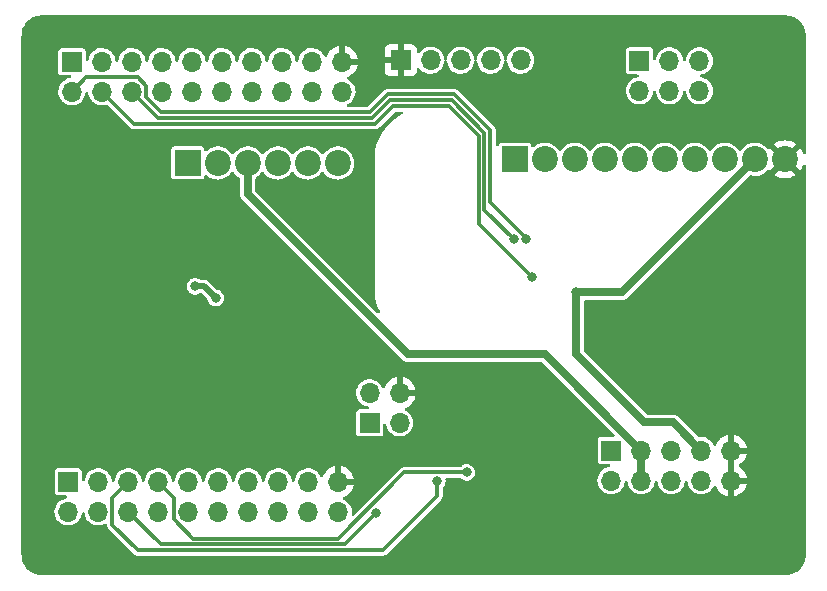
<source format=gbr>
%TF.GenerationSoftware,KiCad,Pcbnew,(6.0.11)*%
%TF.CreationDate,2023-04-23T10:13:21-07:00*%
%TF.ProjectId,Ocelothat,4f63656c-6f74-4686-9174-2e6b69636164,rev?*%
%TF.SameCoordinates,Original*%
%TF.FileFunction,Copper,L2,Bot*%
%TF.FilePolarity,Positive*%
%FSLAX46Y46*%
G04 Gerber Fmt 4.6, Leading zero omitted, Abs format (unit mm)*
G04 Created by KiCad (PCBNEW (6.0.11)) date 2023-04-23 10:13:21*
%MOMM*%
%LPD*%
G01*
G04 APERTURE LIST*
%TA.AperFunction,ComponentPad*%
%ADD10R,2.200000X2.200000*%
%TD*%
%TA.AperFunction,ComponentPad*%
%ADD11C,2.200000*%
%TD*%
%TA.AperFunction,ComponentPad*%
%ADD12R,1.700000X1.700000*%
%TD*%
%TA.AperFunction,ComponentPad*%
%ADD13O,1.700000X1.700000*%
%TD*%
%TA.AperFunction,ViaPad*%
%ADD14C,0.800000*%
%TD*%
%TA.AperFunction,Conductor*%
%ADD15C,0.700000*%
%TD*%
%TA.AperFunction,Conductor*%
%ADD16C,0.500000*%
%TD*%
%TA.AperFunction,Conductor*%
%ADD17C,0.300000*%
%TD*%
G04 APERTURE END LIST*
D10*
%TO.P,J3,1,Pin_1*%
%TO.N,CCSET_OUT*%
X136665000Y-78840000D03*
D11*
%TO.P,J3,2,Pin_2*%
%TO.N,CCRES_OUT*%
X139205000Y-78840000D03*
%TO.P,J3,3,Pin_3*%
%TO.N,+12V*%
X141745000Y-78840000D03*
%TO.P,J3,4,Pin_4*%
%TO.N,CCSET_SW*%
X144285000Y-78840000D03*
%TO.P,J3,5,Pin_5*%
%TO.N,CCRES_SW*%
X146825000Y-78840000D03*
%TO.P,J3,6,Pin_6*%
%TO.N,+3.3V*%
X149365000Y-78840000D03*
%TD*%
D10*
%TO.P,J8,1,Pin_1*%
%TO.N,CAN L1*%
X164360000Y-78540000D03*
D11*
%TO.P,J8,2,Pin_2*%
%TO.N,CAN H1*%
X166900000Y-78540000D03*
%TO.P,J8,3,Pin_3*%
%TO.N,CAN L2*%
X169440000Y-78540000D03*
%TO.P,J8,4,Pin_4*%
%TO.N,CAN H2*%
X171980000Y-78540000D03*
%TO.P,J8,5,Pin_5*%
%TO.N,CAN L3*%
X174520000Y-78540000D03*
%TO.P,J8,6,Pin_6*%
%TO.N,CAN H3*%
X177060000Y-78540000D03*
%TO.P,J8,7,Pin_7*%
%TO.N,KLINE*%
X179600000Y-78540000D03*
%TO.P,J8,8,Pin_8*%
%TO.N,+12V*%
X182140000Y-78540000D03*
%TO.P,J8,9,Pin_9*%
%TO.N,+3.3V*%
X184680000Y-78540000D03*
%TO.P,J8,10,Pin_10*%
%TO.N,GND*%
X187220000Y-78540000D03*
%TD*%
D12*
%TO.P,J6,1,Pin_1*%
%TO.N,GND*%
X154690000Y-70140000D03*
D13*
%TO.P,J6,2,Pin_2*%
%TO.N,unconnected-(J6-Pad2)*%
X157230000Y-70140000D03*
%TO.P,J6,3,Pin_3*%
%TO.N,unconnected-(J6-Pad3)*%
X159770000Y-70140000D03*
%TO.P,J6,4,Pin_4*%
%TO.N,unconnected-(J6-Pad4)*%
X162310000Y-70140000D03*
%TO.P,J6,5,Pin_5*%
%TO.N,+3.3V*%
X164850000Y-70140000D03*
%TD*%
D12*
%TO.P,J5,1,Pin_1*%
%TO.N,unconnected-(J5-Pad1)*%
X126865000Y-70265000D03*
D13*
%TO.P,J5,2,Pin_2*%
%TO.N,KLINE_TX*%
X126865000Y-72805000D03*
%TO.P,J5,3,Pin_3*%
%TO.N,unconnected-(J5-Pad3)*%
X129405000Y-70265000D03*
%TO.P,J5,4,Pin_4*%
%TO.N,KLINE_EN*%
X129405000Y-72805000D03*
%TO.P,J5,5,Pin_5*%
%TO.N,unconnected-(J5-Pad5)*%
X131945000Y-70265000D03*
%TO.P,J5,6,Pin_6*%
%TO.N,KLINE_RX*%
X131945000Y-72805000D03*
%TO.P,J5,7,Pin_7*%
%TO.N,unconnected-(J5-Pad7)*%
X134485000Y-70265000D03*
%TO.P,J5,8,Pin_8*%
%TO.N,unconnected-(J5-Pad8)*%
X134485000Y-72805000D03*
%TO.P,J5,9,Pin_9*%
%TO.N,unconnected-(J5-Pad9)*%
X137025000Y-70265000D03*
%TO.P,J5,10,Pin_10*%
%TO.N,unconnected-(J5-Pad10)*%
X137025000Y-72805000D03*
%TO.P,J5,11,Pin_11*%
%TO.N,unconnected-(J5-Pad11)*%
X139565000Y-70265000D03*
%TO.P,J5,12,Pin_12*%
%TO.N,unconnected-(J5-Pad12)*%
X139565000Y-72805000D03*
%TO.P,J5,13,Pin_13*%
%TO.N,unconnected-(J5-Pad13)*%
X142105000Y-70265000D03*
%TO.P,J5,14,Pin_14*%
%TO.N,unconnected-(J5-Pad14)*%
X142105000Y-72805000D03*
%TO.P,J5,15,Pin_15*%
%TO.N,unconnected-(J5-Pad15)*%
X144645000Y-70265000D03*
%TO.P,J5,16,Pin_16*%
%TO.N,unconnected-(J5-Pad16)*%
X144645000Y-72805000D03*
%TO.P,J5,17,Pin_17*%
%TO.N,unconnected-(J5-Pad17)*%
X147185000Y-70265000D03*
%TO.P,J5,18,Pin_18*%
%TO.N,unconnected-(J5-Pad18)*%
X147185000Y-72805000D03*
%TO.P,J5,19,Pin_19*%
%TO.N,GND*%
X149725000Y-70265000D03*
%TO.P,J5,20,Pin_20*%
%TO.N,+3.3V*%
X149725000Y-72805000D03*
%TD*%
D12*
%TO.P,J2,1,Pin_1*%
%TO.N,unconnected-(J2-Pad1)*%
X172515000Y-103190000D03*
D13*
%TO.P,J2,2,Pin_2*%
%TO.N,unconnected-(J2-Pad2)*%
X172515000Y-105730000D03*
%TO.P,J2,3,Pin_3*%
%TO.N,+12V*%
X175055000Y-103190000D03*
%TO.P,J2,4,Pin_4*%
X175055000Y-105730000D03*
%TO.P,J2,5,Pin_5*%
%TO.N,+5V*%
X177595000Y-103190000D03*
%TO.P,J2,6,Pin_6*%
X177595000Y-105730000D03*
%TO.P,J2,7,Pin_7*%
%TO.N,+3.3V*%
X180135000Y-103190000D03*
%TO.P,J2,8,Pin_8*%
X180135000Y-105730000D03*
%TO.P,J2,9,Pin_9*%
%TO.N,GND*%
X182675000Y-103190000D03*
%TO.P,J2,10,Pin_10*%
X182675000Y-105730000D03*
%TD*%
D12*
%TO.P,J1,1,Pin_1*%
%TO.N,unconnected-(J1-Pad1)*%
X126540000Y-105840000D03*
D13*
%TO.P,J1,2,Pin_2*%
%TO.N,unconnected-(J1-Pad2)*%
X126540000Y-108380000D03*
%TO.P,J1,3,Pin_3*%
%TO.N,unconnected-(J1-Pad3)*%
X129080000Y-105840000D03*
%TO.P,J1,4,Pin_4*%
%TO.N,unconnected-(J1-Pad4)*%
X129080000Y-108380000D03*
%TO.P,J1,5,Pin_5*%
%TO.N,Green LED*%
X131620000Y-105840000D03*
%TO.P,J1,6,Pin_6*%
%TO.N,Red LED*%
X131620000Y-108380000D03*
%TO.P,J1,7,Pin_7*%
%TO.N,Blue LED*%
X134160000Y-105840000D03*
%TO.P,J1,8,Pin_8*%
%TO.N,unconnected-(J1-Pad8)*%
X134160000Y-108380000D03*
%TO.P,J1,9,Pin_9*%
%TO.N,unconnected-(J1-Pad9)*%
X136700000Y-105840000D03*
%TO.P,J1,10,Pin_10*%
%TO.N,unconnected-(J1-Pad10)*%
X136700000Y-108380000D03*
%TO.P,J1,11,Pin_11*%
%TO.N,CCRES_INPUT*%
X139240000Y-105840000D03*
%TO.P,J1,12,Pin_12*%
%TO.N,CCSET_INPUT*%
X139240000Y-108380000D03*
%TO.P,J1,13,Pin_13*%
%TO.N,CCRES_SW*%
X141780000Y-105840000D03*
%TO.P,J1,14,Pin_14*%
%TO.N,CCSET_SW*%
X141780000Y-108380000D03*
%TO.P,J1,15,Pin_15*%
%TO.N,unconnected-(J1-Pad15)*%
X144320000Y-105840000D03*
%TO.P,J1,16,Pin_16*%
%TO.N,unconnected-(J1-Pad16)*%
X144320000Y-108380000D03*
%TO.P,J1,17,Pin_17*%
%TO.N,unconnected-(J1-Pad17)*%
X146860000Y-105840000D03*
%TO.P,J1,18,Pin_18*%
%TO.N,unconnected-(J1-Pad18)*%
X146860000Y-108380000D03*
%TO.P,J1,19,Pin_19*%
%TO.N,GND*%
X149400000Y-105840000D03*
%TO.P,J1,20,Pin_20*%
%TO.N,+3.3V*%
X149400000Y-108380000D03*
%TD*%
D12*
%TO.P,J4,1,Pin_1*%
%TO.N,+5V*%
X152065000Y-100840000D03*
D13*
%TO.P,J4,2,Pin_2*%
%TO.N,unconnected-(J4-Pad2)*%
X154605000Y-100840000D03*
%TO.P,J4,3,Pin_3*%
%TO.N,unconnected-(J4-Pad3)*%
X152065000Y-98300000D03*
%TO.P,J4,4,Pin_4*%
%TO.N,GND*%
X154605000Y-98300000D03*
%TD*%
D12*
%TO.P,J7,1,Pin_1*%
%TO.N,CAN L1*%
X174915000Y-70190000D03*
D13*
%TO.P,J7,2,Pin_2*%
%TO.N,CAN H1*%
X174915000Y-72730000D03*
%TO.P,J7,3,Pin_3*%
%TO.N,CAN L2*%
X177455000Y-70190000D03*
%TO.P,J7,4,Pin_4*%
%TO.N,CAN H2*%
X177455000Y-72730000D03*
%TO.P,J7,5,Pin_5*%
%TO.N,CAN L3*%
X179995000Y-70190000D03*
%TO.P,J7,6,Pin_6*%
%TO.N,CAN H3*%
X179995000Y-72730000D03*
%TD*%
D14*
%TO.N,+12V*%
X137290000Y-89290000D03*
X139040000Y-90290000D03*
%TO.N,GND*%
X142540000Y-92790000D03*
X142540000Y-94290000D03*
X135790000Y-98540000D03*
%TO.N,+3.3V*%
X169540000Y-89790000D03*
%TO.N,Red LED*%
X152615000Y-108515000D03*
%TO.N,Green LED*%
X157790000Y-105790000D03*
%TO.N,Blue LED*%
X160290000Y-105040000D03*
%TO.N,KLINE_TX*%
X165319977Y-85260023D03*
%TO.N,KLINE_EN*%
X165800000Y-88530000D03*
%TO.N,KLINE_RX*%
X164290000Y-85290000D03*
%TD*%
D15*
%TO.N,+12V*%
X141745000Y-81495000D02*
X141745000Y-78840000D01*
X175055000Y-105730000D02*
X175055000Y-103190000D01*
X166905000Y-95040000D02*
X155290000Y-95040000D01*
X175055000Y-103190000D02*
X166905000Y-95040000D01*
D16*
X138040000Y-89290000D02*
X139040000Y-90290000D01*
X137290000Y-89290000D02*
X138040000Y-89290000D01*
D15*
X155290000Y-95040000D02*
X141745000Y-81495000D01*
%TO.N,+3.3V*%
X169540000Y-95040000D02*
X169540000Y-89790000D01*
X169540000Y-89790000D02*
X173430000Y-89790000D01*
X175290000Y-100790000D02*
X169540000Y-95040000D01*
X173430000Y-89790000D02*
X184680000Y-78540000D01*
X177735000Y-100790000D02*
X175290000Y-100790000D01*
X180135000Y-103190000D02*
X177735000Y-100790000D01*
D17*
%TO.N,Red LED*%
X152615000Y-108515000D02*
X149990000Y-111140000D01*
X134380000Y-111140000D02*
X131620000Y-108380000D01*
X149990000Y-111140000D02*
X134380000Y-111140000D01*
%TO.N,Green LED*%
X130280000Y-107180000D02*
X131620000Y-105840000D01*
X132440000Y-111640000D02*
X130280000Y-109480000D01*
X157790000Y-105790000D02*
X157790000Y-107040000D01*
X130280000Y-109480000D02*
X130280000Y-107180000D01*
X153190000Y-111640000D02*
X132440000Y-111640000D01*
X157790000Y-107040000D02*
X153190000Y-111640000D01*
%TO.N,Blue LED*%
X160290000Y-105040000D02*
X155015000Y-105040000D01*
X135500000Y-107180000D02*
X134160000Y-105840000D01*
X149415000Y-110640000D02*
X137140000Y-110640000D01*
X135500000Y-109000000D02*
X135500000Y-107180000D01*
X137140000Y-110640000D02*
X135500000Y-109000000D01*
X155015000Y-105040000D02*
X149415000Y-110640000D01*
%TO.N,KLINE_TX*%
X133145000Y-72307943D02*
X132442057Y-71605000D01*
X133145000Y-73297894D02*
X133145000Y-72307943D01*
X162290000Y-82135023D02*
X162290000Y-76082894D01*
X134387106Y-74540000D02*
X133145000Y-73297894D01*
X165319977Y-85260023D02*
X165319977Y-85165000D01*
X153582894Y-73040000D02*
X152082894Y-74540000D01*
X165319977Y-85165000D02*
X162290000Y-82135023D01*
X152082894Y-74540000D02*
X134387106Y-74540000D01*
X132442057Y-71605000D02*
X128065000Y-71605000D01*
X159247106Y-73040000D02*
X153582894Y-73040000D01*
X162290000Y-76082894D02*
X159247106Y-73040000D01*
X128065000Y-71605000D02*
X126865000Y-72805000D01*
%TO.N,KLINE_EN*%
X161290000Y-84020000D02*
X161290000Y-76540000D01*
X158790000Y-74040000D02*
X154040000Y-74040000D01*
X152540000Y-75540000D02*
X132140000Y-75540000D01*
X154040000Y-74040000D02*
X152540000Y-75540000D01*
X165800000Y-88530000D02*
X161290000Y-84020000D01*
X161290000Y-76540000D02*
X158790000Y-74040000D01*
X132140000Y-75540000D02*
X129405000Y-72805000D01*
%TO.N,KLINE_RX*%
X164290000Y-85290000D02*
X161790000Y-82790000D01*
X159040000Y-73540000D02*
X153790000Y-73540000D01*
X161790000Y-82790000D02*
X161790000Y-76290000D01*
X134180000Y-75040000D02*
X131945000Y-72805000D01*
X161790000Y-76290000D02*
X159040000Y-73540000D01*
X152290000Y-75040000D02*
X134180000Y-75040000D01*
X153790000Y-73540000D02*
X152290000Y-75040000D01*
%TD*%
%TA.AperFunction,Conductor*%
%TO.N,GND*%
G36*
X187274563Y-66342414D02*
G01*
X187279145Y-66343222D01*
X187290000Y-66345136D01*
X187300855Y-66343222D01*
X187311878Y-66343222D01*
X187311878Y-66343587D01*
X187324236Y-66342949D01*
X187420210Y-66349813D01*
X187522881Y-66357156D01*
X187540669Y-66359713D01*
X187708867Y-66396303D01*
X187759996Y-66407426D01*
X187777245Y-66412490D01*
X187987560Y-66490933D01*
X188003906Y-66498398D01*
X188200913Y-66605973D01*
X188216033Y-66615690D01*
X188395725Y-66750206D01*
X188409311Y-66761979D01*
X188568021Y-66920689D01*
X188579794Y-66934275D01*
X188714310Y-67113967D01*
X188724029Y-67129090D01*
X188831600Y-67326090D01*
X188839069Y-67342444D01*
X188917510Y-67552756D01*
X188922574Y-67570004D01*
X188964385Y-67762199D01*
X188970286Y-67789327D01*
X188972845Y-67807123D01*
X188987051Y-68005764D01*
X188986413Y-68018122D01*
X188986778Y-68018122D01*
X188986778Y-68029145D01*
X188984864Y-68040000D01*
X188986778Y-68050855D01*
X188987586Y-68055437D01*
X188989500Y-68077317D01*
X188989500Y-77976599D01*
X188969498Y-78044720D01*
X188915842Y-78091213D01*
X188845568Y-78101317D01*
X188780988Y-78071823D01*
X188747091Y-78024817D01*
X188659064Y-77812300D01*
X188654583Y-77803506D01*
X188535287Y-77608833D01*
X188524830Y-77599373D01*
X188516054Y-77603156D01*
X187592022Y-78527188D01*
X187584408Y-78541132D01*
X187584539Y-78542965D01*
X187588790Y-78549580D01*
X188513010Y-79473800D01*
X188525390Y-79480560D01*
X188533040Y-79474833D01*
X188654583Y-79276494D01*
X188659064Y-79267700D01*
X188747091Y-79055183D01*
X188791639Y-78999902D01*
X188859003Y-78977481D01*
X188927794Y-78995039D01*
X188976172Y-79047001D01*
X188989500Y-79103401D01*
X188989500Y-112002683D01*
X188987586Y-112024563D01*
X188984864Y-112040000D01*
X188986778Y-112050855D01*
X188986778Y-112061878D01*
X188986413Y-112061878D01*
X188987051Y-112074236D01*
X188972845Y-112272877D01*
X188970287Y-112290669D01*
X188933697Y-112458867D01*
X188922574Y-112509996D01*
X188917510Y-112527244D01*
X188839069Y-112737556D01*
X188831600Y-112753910D01*
X188724029Y-112950910D01*
X188714310Y-112966033D01*
X188579794Y-113145725D01*
X188568021Y-113159311D01*
X188409311Y-113318021D01*
X188395725Y-113329794D01*
X188216033Y-113464310D01*
X188200913Y-113474027D01*
X188003906Y-113581602D01*
X187987560Y-113589067D01*
X187817627Y-113652448D01*
X187777244Y-113667510D01*
X187759995Y-113672574D01*
X187540669Y-113720287D01*
X187522881Y-113722844D01*
X187420210Y-113730187D01*
X187324236Y-113737051D01*
X187311878Y-113736413D01*
X187311878Y-113736778D01*
X187300855Y-113736778D01*
X187290000Y-113734864D01*
X187279145Y-113736778D01*
X187274563Y-113737586D01*
X187252683Y-113739500D01*
X124327317Y-113739500D01*
X124305437Y-113737586D01*
X124300855Y-113736778D01*
X124290000Y-113734864D01*
X124279145Y-113736778D01*
X124268122Y-113736778D01*
X124268122Y-113736413D01*
X124255764Y-113737051D01*
X124159790Y-113730187D01*
X124057119Y-113722844D01*
X124039331Y-113720287D01*
X123820005Y-113672574D01*
X123802756Y-113667510D01*
X123762373Y-113652448D01*
X123592440Y-113589067D01*
X123576094Y-113581602D01*
X123379087Y-113474027D01*
X123363967Y-113464310D01*
X123184275Y-113329794D01*
X123170689Y-113318021D01*
X123011979Y-113159311D01*
X123000206Y-113145725D01*
X122865690Y-112966033D01*
X122855971Y-112950910D01*
X122748400Y-112753910D01*
X122740931Y-112737556D01*
X122662490Y-112527244D01*
X122657426Y-112509996D01*
X122646303Y-112458867D01*
X122609713Y-112290669D01*
X122607155Y-112272877D01*
X122592949Y-112074236D01*
X122593587Y-112061878D01*
X122593222Y-112061878D01*
X122593222Y-112050855D01*
X122595136Y-112040000D01*
X122592414Y-112024563D01*
X122590500Y-112002683D01*
X122590500Y-108349754D01*
X125384967Y-108349754D01*
X125398796Y-108560749D01*
X125400217Y-108566345D01*
X125400218Y-108566350D01*
X125422498Y-108654076D01*
X125450845Y-108765690D01*
X125453262Y-108770933D01*
X125521566Y-108919096D01*
X125539369Y-108957714D01*
X125661405Y-109130391D01*
X125812865Y-109277937D01*
X125817661Y-109281142D01*
X125817664Y-109281144D01*
X125918681Y-109348641D01*
X125988677Y-109395411D01*
X125993985Y-109397692D01*
X125993986Y-109397692D01*
X126177650Y-109476600D01*
X126177653Y-109476601D01*
X126182953Y-109478878D01*
X126188582Y-109480152D01*
X126188583Y-109480152D01*
X126383550Y-109524269D01*
X126383553Y-109524269D01*
X126389186Y-109525544D01*
X126394957Y-109525771D01*
X126394959Y-109525771D01*
X126456989Y-109528208D01*
X126600470Y-109533846D01*
X126606179Y-109533018D01*
X126606183Y-109533018D01*
X126804015Y-109504333D01*
X126804019Y-109504332D01*
X126809730Y-109503504D01*
X126889697Y-109476359D01*
X127004483Y-109437395D01*
X127004488Y-109437393D01*
X127009955Y-109435537D01*
X127014998Y-109432713D01*
X127189395Y-109335046D01*
X127189399Y-109335043D01*
X127194442Y-109332219D01*
X127357012Y-109197012D01*
X127492219Y-109034442D01*
X127495043Y-109029399D01*
X127495046Y-109029395D01*
X127592713Y-108854998D01*
X127592714Y-108854996D01*
X127595537Y-108849955D01*
X127597393Y-108844488D01*
X127597395Y-108844483D01*
X127661647Y-108655200D01*
X127663504Y-108649730D01*
X127677242Y-108554982D01*
X127685090Y-108500860D01*
X127714660Y-108436315D01*
X127774432Y-108398003D01*
X127845429Y-108398087D01*
X127905109Y-108436542D01*
X127934525Y-108501158D01*
X127935515Y-108510695D01*
X127938796Y-108560749D01*
X127940217Y-108566345D01*
X127940218Y-108566350D01*
X127962498Y-108654076D01*
X127990845Y-108765690D01*
X127993262Y-108770933D01*
X128061566Y-108919096D01*
X128079369Y-108957714D01*
X128201405Y-109130391D01*
X128352865Y-109277937D01*
X128357661Y-109281142D01*
X128357664Y-109281144D01*
X128458681Y-109348641D01*
X128528677Y-109395411D01*
X128533985Y-109397692D01*
X128533986Y-109397692D01*
X128717650Y-109476600D01*
X128717653Y-109476601D01*
X128722953Y-109478878D01*
X128728582Y-109480152D01*
X128728583Y-109480152D01*
X128923550Y-109524269D01*
X128923553Y-109524269D01*
X128929186Y-109525544D01*
X128934957Y-109525771D01*
X128934959Y-109525771D01*
X128996989Y-109528208D01*
X129140470Y-109533846D01*
X129146179Y-109533018D01*
X129146183Y-109533018D01*
X129344015Y-109504333D01*
X129344019Y-109504332D01*
X129349730Y-109503504D01*
X129429697Y-109476359D01*
X129544483Y-109437395D01*
X129544488Y-109437393D01*
X129549955Y-109435537D01*
X129638460Y-109385971D01*
X129707667Y-109370138D01*
X129774449Y-109394235D01*
X129817602Y-109450611D01*
X129825302Y-109488682D01*
X129824636Y-109494310D01*
X129826328Y-109503574D01*
X129826328Y-109503576D01*
X129835172Y-109552001D01*
X129835822Y-109555904D01*
X129844551Y-109613962D01*
X129847679Y-109620475D01*
X129848975Y-109627573D01*
X129876025Y-109679647D01*
X129877768Y-109683137D01*
X129903191Y-109736079D01*
X129908077Y-109741365D01*
X129908110Y-109741413D01*
X129911421Y-109747788D01*
X129915725Y-109752828D01*
X129952952Y-109790055D01*
X129956381Y-109793620D01*
X129995146Y-109835556D01*
X130001505Y-109839249D01*
X130007663Y-109844766D01*
X132097247Y-111934350D01*
X132107101Y-111945439D01*
X132121433Y-111963618D01*
X132128128Y-111972110D01*
X132135875Y-111977465D01*
X132135877Y-111977466D01*
X132161386Y-111995096D01*
X132174668Y-112004275D01*
X132176375Y-112005455D01*
X132179587Y-112007750D01*
X132226816Y-112042634D01*
X132233632Y-112045027D01*
X132239569Y-112049131D01*
X132248549Y-112051971D01*
X132248551Y-112051972D01*
X132268717Y-112058350D01*
X132295519Y-112066826D01*
X132299250Y-112068071D01*
X132345737Y-112084396D01*
X132345739Y-112084396D01*
X132354631Y-112087519D01*
X132361819Y-112087801D01*
X132361878Y-112087812D01*
X132368730Y-112089980D01*
X132375337Y-112090500D01*
X132428016Y-112090500D01*
X132432962Y-112090597D01*
X132489994Y-112092838D01*
X132497100Y-112090954D01*
X132505344Y-112090500D01*
X153155780Y-112090500D01*
X153170589Y-112091373D01*
X153204310Y-112095364D01*
X153213574Y-112093672D01*
X153213575Y-112093672D01*
X153262001Y-112084828D01*
X153265904Y-112084178D01*
X153314645Y-112076850D01*
X153314646Y-112076850D01*
X153323962Y-112075449D01*
X153330475Y-112072321D01*
X153337573Y-112071025D01*
X153389647Y-112043975D01*
X153393137Y-112042232D01*
X153446079Y-112016809D01*
X153451365Y-112011923D01*
X153451413Y-112011890D01*
X153457788Y-112008579D01*
X153462828Y-112004275D01*
X153500055Y-111967048D01*
X153503621Y-111963618D01*
X153538641Y-111931246D01*
X153545556Y-111924854D01*
X153549249Y-111918495D01*
X153554766Y-111912337D01*
X158084350Y-107382753D01*
X158095439Y-107372899D01*
X158114709Y-107357707D01*
X158114711Y-107357705D01*
X158122110Y-107351872D01*
X158134222Y-107334348D01*
X158155455Y-107303625D01*
X158157757Y-107300403D01*
X158187040Y-107260758D01*
X158187041Y-107260757D01*
X158192634Y-107253184D01*
X158195027Y-107246368D01*
X158199131Y-107240431D01*
X158203021Y-107228133D01*
X158216818Y-107184505D01*
X158218071Y-107180750D01*
X158234396Y-107134263D01*
X158234396Y-107134261D01*
X158237519Y-107125369D01*
X158237801Y-107118181D01*
X158237812Y-107118122D01*
X158239980Y-107111270D01*
X158240500Y-107104663D01*
X158240500Y-107051984D01*
X158240597Y-107047037D01*
X158241003Y-107036703D01*
X158242838Y-106990006D01*
X158240954Y-106982900D01*
X158240500Y-106974656D01*
X158240500Y-106384587D01*
X158260502Y-106316466D01*
X158284669Y-106288776D01*
X158303651Y-106272564D01*
X158303652Y-106272563D01*
X158309423Y-106267634D01*
X158408361Y-106129947D01*
X158418786Y-106104015D01*
X158468766Y-105979687D01*
X158468767Y-105979685D01*
X158471601Y-105972634D01*
X158490477Y-105840000D01*
X158494909Y-105808862D01*
X158494909Y-105808859D01*
X158495490Y-105804778D01*
X158495645Y-105790000D01*
X158493840Y-105775080D01*
X158476481Y-105631637D01*
X158488154Y-105561607D01*
X158535836Y-105509005D01*
X158601568Y-105490500D01*
X159695454Y-105490500D01*
X159763575Y-105510502D01*
X159780253Y-105523306D01*
X159795774Y-105537429D01*
X159875612Y-105610077D01*
X159875616Y-105610080D01*
X159881233Y-105615191D01*
X159887906Y-105618814D01*
X159887910Y-105618817D01*
X160023558Y-105692467D01*
X160023560Y-105692468D01*
X160030235Y-105696092D01*
X160037584Y-105698020D01*
X160186883Y-105737188D01*
X160186885Y-105737188D01*
X160194233Y-105739116D01*
X160280609Y-105740473D01*
X160356161Y-105741660D01*
X160356164Y-105741660D01*
X160363760Y-105741779D01*
X160371165Y-105740083D01*
X160371166Y-105740083D01*
X160440345Y-105724239D01*
X160529029Y-105703928D01*
X160680498Y-105627747D01*
X160809423Y-105517634D01*
X160908361Y-105379947D01*
X160911194Y-105372900D01*
X160968766Y-105229687D01*
X160968767Y-105229685D01*
X160971601Y-105222634D01*
X160984575Y-105131473D01*
X160994909Y-105058862D01*
X160994909Y-105058859D01*
X160995490Y-105054778D01*
X160995645Y-105040000D01*
X160975276Y-104871680D01*
X160915345Y-104713077D01*
X160889621Y-104675648D01*
X160823614Y-104579608D01*
X160823613Y-104579607D01*
X160819312Y-104573349D01*
X160802589Y-104558449D01*
X160698392Y-104465612D01*
X160698388Y-104465610D01*
X160692721Y-104460560D01*
X160542881Y-104381224D01*
X160378441Y-104339919D01*
X160370843Y-104339879D01*
X160370841Y-104339879D01*
X160293668Y-104339475D01*
X160208895Y-104339031D01*
X160201508Y-104340805D01*
X160201504Y-104340805D01*
X160092415Y-104366996D01*
X160044032Y-104378612D01*
X160037288Y-104382093D01*
X160037285Y-104382094D01*
X159901892Y-104451976D01*
X159893369Y-104456375D01*
X159887647Y-104461367D01*
X159887645Y-104461368D01*
X159848545Y-104495477D01*
X159788742Y-104547647D01*
X159776359Y-104558449D01*
X159711877Y-104588157D01*
X159693530Y-104589500D01*
X155049220Y-104589500D01*
X155034411Y-104588627D01*
X155014986Y-104586328D01*
X155000690Y-104584636D01*
X154991426Y-104586328D01*
X154991425Y-104586328D01*
X154942999Y-104595172D01*
X154939096Y-104595822D01*
X154890355Y-104603150D01*
X154890354Y-104603150D01*
X154881038Y-104604551D01*
X154874525Y-104607679D01*
X154867427Y-104608975D01*
X154815353Y-104636025D01*
X154811863Y-104637768D01*
X154758921Y-104663191D01*
X154753635Y-104668077D01*
X154753587Y-104668110D01*
X154747212Y-104671421D01*
X154742172Y-104675725D01*
X154704945Y-104712952D01*
X154701380Y-104716381D01*
X154659444Y-104755146D01*
X154655751Y-104761505D01*
X154650234Y-104767663D01*
X150750235Y-108667662D01*
X150687923Y-108701688D01*
X150617108Y-108696623D01*
X150560272Y-108654076D01*
X150535461Y-108587556D01*
X150536444Y-108560486D01*
X150553314Y-108444140D01*
X150553314Y-108444138D01*
X150553846Y-108440470D01*
X150555429Y-108380000D01*
X150536081Y-108169440D01*
X150478686Y-107965931D01*
X150467553Y-107943354D01*
X150387719Y-107781469D01*
X150385165Y-107776290D01*
X150258651Y-107606867D01*
X150103381Y-107463337D01*
X149949683Y-107366360D01*
X149929434Y-107353584D01*
X149929433Y-107353584D01*
X149924554Y-107350505D01*
X149900643Y-107340966D01*
X149844785Y-107297147D01*
X149821483Y-107230083D01*
X149838138Y-107161068D01*
X149889461Y-107112013D01*
X149901348Y-107106627D01*
X149901842Y-107106433D01*
X150093095Y-107012739D01*
X150101945Y-107007464D01*
X150275328Y-106883792D01*
X150283200Y-106877139D01*
X150434052Y-106726812D01*
X150440730Y-106718965D01*
X150565003Y-106546020D01*
X150570313Y-106537183D01*
X150664670Y-106346267D01*
X150668469Y-106336672D01*
X150730377Y-106132910D01*
X150732555Y-106122837D01*
X150733986Y-106111962D01*
X150731775Y-106097778D01*
X150718617Y-106094000D01*
X149272000Y-106094000D01*
X149203879Y-106073998D01*
X149157386Y-106020342D01*
X149146000Y-105968000D01*
X149146000Y-105567885D01*
X149654000Y-105567885D01*
X149658475Y-105583124D01*
X149659865Y-105584329D01*
X149667548Y-105586000D01*
X150718344Y-105586000D01*
X150731875Y-105582027D01*
X150733180Y-105572947D01*
X150691214Y-105405875D01*
X150687894Y-105396124D01*
X150602972Y-105200814D01*
X150598105Y-105191739D01*
X150482426Y-105012926D01*
X150476136Y-105004757D01*
X150332806Y-104847240D01*
X150325273Y-104840215D01*
X150158139Y-104708222D01*
X150149552Y-104702517D01*
X149963117Y-104599599D01*
X149953705Y-104595369D01*
X149752959Y-104524280D01*
X149742988Y-104521646D01*
X149671837Y-104508972D01*
X149658540Y-104510432D01*
X149654000Y-104524989D01*
X149654000Y-105567885D01*
X149146000Y-105567885D01*
X149146000Y-104523102D01*
X149142082Y-104509758D01*
X149127806Y-104507771D01*
X149089324Y-104513660D01*
X149079288Y-104516051D01*
X148876868Y-104582212D01*
X148867359Y-104586209D01*
X148678463Y-104684542D01*
X148669738Y-104690036D01*
X148499433Y-104817905D01*
X148491726Y-104824748D01*
X148344590Y-104978717D01*
X148338104Y-104986727D01*
X148218098Y-105162649D01*
X148213000Y-105171623D01*
X148130033Y-105350360D01*
X148083209Y-105403727D01*
X148014965Y-105423308D01*
X147946970Y-105402884D01*
X147902739Y-105353038D01*
X147847721Y-105241473D01*
X147847719Y-105241469D01*
X147845165Y-105236290D01*
X147736533Y-105090814D01*
X147722104Y-105071491D01*
X147722103Y-105071490D01*
X147718651Y-105066867D01*
X147591236Y-104949086D01*
X147567622Y-104927257D01*
X147567620Y-104927255D01*
X147563381Y-104923337D01*
X147431641Y-104840215D01*
X147389434Y-104813584D01*
X147389433Y-104813584D01*
X147384554Y-104810505D01*
X147188160Y-104732152D01*
X147182503Y-104731027D01*
X147182497Y-104731025D01*
X146986442Y-104692028D01*
X146986440Y-104692028D01*
X146980775Y-104690901D01*
X146975000Y-104690825D01*
X146974996Y-104690825D01*
X146868976Y-104689437D01*
X146769346Y-104688133D01*
X146763649Y-104689112D01*
X146763648Y-104689112D01*
X146566650Y-104722962D01*
X146566649Y-104722962D01*
X146560953Y-104723941D01*
X146362575Y-104797127D01*
X146357614Y-104800079D01*
X146357613Y-104800079D01*
X146224589Y-104879220D01*
X146180856Y-104905238D01*
X146021881Y-105044655D01*
X145890976Y-105210708D01*
X145888287Y-105215819D01*
X145888285Y-105215822D01*
X145846167Y-105295875D01*
X145792523Y-105397836D01*
X145729820Y-105599773D01*
X145729141Y-105605510D01*
X145715088Y-105724239D01*
X145687217Y-105789537D01*
X145628469Y-105829401D01*
X145557494Y-105831174D01*
X145496828Y-105794295D01*
X145465730Y-105730471D01*
X145464490Y-105720958D01*
X145462926Y-105703928D01*
X145456081Y-105629440D01*
X145453893Y-105621680D01*
X145426682Y-105525197D01*
X145398686Y-105425931D01*
X145388796Y-105405875D01*
X145307719Y-105241469D01*
X145305165Y-105236290D01*
X145196533Y-105090814D01*
X145182104Y-105071491D01*
X145182103Y-105071490D01*
X145178651Y-105066867D01*
X145051236Y-104949086D01*
X145027622Y-104927257D01*
X145027620Y-104927255D01*
X145023381Y-104923337D01*
X144891641Y-104840215D01*
X144849434Y-104813584D01*
X144849433Y-104813584D01*
X144844554Y-104810505D01*
X144648160Y-104732152D01*
X144642503Y-104731027D01*
X144642497Y-104731025D01*
X144446442Y-104692028D01*
X144446440Y-104692028D01*
X144440775Y-104690901D01*
X144435000Y-104690825D01*
X144434996Y-104690825D01*
X144328976Y-104689437D01*
X144229346Y-104688133D01*
X144223649Y-104689112D01*
X144223648Y-104689112D01*
X144026650Y-104722962D01*
X144026649Y-104722962D01*
X144020953Y-104723941D01*
X143822575Y-104797127D01*
X143817614Y-104800079D01*
X143817613Y-104800079D01*
X143684589Y-104879220D01*
X143640856Y-104905238D01*
X143481881Y-105044655D01*
X143350976Y-105210708D01*
X143348287Y-105215819D01*
X143348285Y-105215822D01*
X143306167Y-105295875D01*
X143252523Y-105397836D01*
X143189820Y-105599773D01*
X143189141Y-105605510D01*
X143175088Y-105724239D01*
X143147217Y-105789537D01*
X143088469Y-105829401D01*
X143017494Y-105831174D01*
X142956828Y-105794295D01*
X142925730Y-105730471D01*
X142924490Y-105720958D01*
X142922926Y-105703928D01*
X142916081Y-105629440D01*
X142913893Y-105621680D01*
X142886682Y-105525197D01*
X142858686Y-105425931D01*
X142848796Y-105405875D01*
X142767719Y-105241469D01*
X142765165Y-105236290D01*
X142656533Y-105090814D01*
X142642104Y-105071491D01*
X142642103Y-105071490D01*
X142638651Y-105066867D01*
X142511236Y-104949086D01*
X142487622Y-104927257D01*
X142487620Y-104927255D01*
X142483381Y-104923337D01*
X142351641Y-104840215D01*
X142309434Y-104813584D01*
X142309433Y-104813584D01*
X142304554Y-104810505D01*
X142108160Y-104732152D01*
X142102503Y-104731027D01*
X142102497Y-104731025D01*
X141906442Y-104692028D01*
X141906440Y-104692028D01*
X141900775Y-104690901D01*
X141895000Y-104690825D01*
X141894996Y-104690825D01*
X141788976Y-104689437D01*
X141689346Y-104688133D01*
X141683649Y-104689112D01*
X141683648Y-104689112D01*
X141486650Y-104722962D01*
X141486649Y-104722962D01*
X141480953Y-104723941D01*
X141282575Y-104797127D01*
X141277614Y-104800079D01*
X141277613Y-104800079D01*
X141144589Y-104879220D01*
X141100856Y-104905238D01*
X140941881Y-105044655D01*
X140810976Y-105210708D01*
X140808287Y-105215819D01*
X140808285Y-105215822D01*
X140766167Y-105295875D01*
X140712523Y-105397836D01*
X140649820Y-105599773D01*
X140649141Y-105605510D01*
X140635088Y-105724239D01*
X140607217Y-105789537D01*
X140548469Y-105829401D01*
X140477494Y-105831174D01*
X140416828Y-105794295D01*
X140385730Y-105730471D01*
X140384490Y-105720958D01*
X140382926Y-105703928D01*
X140376081Y-105629440D01*
X140373893Y-105621680D01*
X140346682Y-105525197D01*
X140318686Y-105425931D01*
X140308796Y-105405875D01*
X140227719Y-105241469D01*
X140225165Y-105236290D01*
X140116533Y-105090814D01*
X140102104Y-105071491D01*
X140102103Y-105071490D01*
X140098651Y-105066867D01*
X139971236Y-104949086D01*
X139947622Y-104927257D01*
X139947620Y-104927255D01*
X139943381Y-104923337D01*
X139811641Y-104840215D01*
X139769434Y-104813584D01*
X139769433Y-104813584D01*
X139764554Y-104810505D01*
X139568160Y-104732152D01*
X139562503Y-104731027D01*
X139562497Y-104731025D01*
X139366442Y-104692028D01*
X139366440Y-104692028D01*
X139360775Y-104690901D01*
X139355000Y-104690825D01*
X139354996Y-104690825D01*
X139248976Y-104689437D01*
X139149346Y-104688133D01*
X139143649Y-104689112D01*
X139143648Y-104689112D01*
X138946650Y-104722962D01*
X138946649Y-104722962D01*
X138940953Y-104723941D01*
X138742575Y-104797127D01*
X138737614Y-104800079D01*
X138737613Y-104800079D01*
X138604589Y-104879220D01*
X138560856Y-104905238D01*
X138401881Y-105044655D01*
X138270976Y-105210708D01*
X138268287Y-105215819D01*
X138268285Y-105215822D01*
X138226167Y-105295875D01*
X138172523Y-105397836D01*
X138109820Y-105599773D01*
X138109141Y-105605510D01*
X138095088Y-105724239D01*
X138067217Y-105789537D01*
X138008469Y-105829401D01*
X137937494Y-105831174D01*
X137876828Y-105794295D01*
X137845730Y-105730471D01*
X137844490Y-105720958D01*
X137842926Y-105703928D01*
X137836081Y-105629440D01*
X137833893Y-105621680D01*
X137806682Y-105525197D01*
X137778686Y-105425931D01*
X137768796Y-105405875D01*
X137687719Y-105241469D01*
X137685165Y-105236290D01*
X137576533Y-105090814D01*
X137562104Y-105071491D01*
X137562103Y-105071490D01*
X137558651Y-105066867D01*
X137431236Y-104949086D01*
X137407622Y-104927257D01*
X137407620Y-104927255D01*
X137403381Y-104923337D01*
X137271641Y-104840215D01*
X137229434Y-104813584D01*
X137229433Y-104813584D01*
X137224554Y-104810505D01*
X137028160Y-104732152D01*
X137022503Y-104731027D01*
X137022497Y-104731025D01*
X136826442Y-104692028D01*
X136826440Y-104692028D01*
X136820775Y-104690901D01*
X136815000Y-104690825D01*
X136814996Y-104690825D01*
X136708976Y-104689437D01*
X136609346Y-104688133D01*
X136603649Y-104689112D01*
X136603648Y-104689112D01*
X136406650Y-104722962D01*
X136406649Y-104722962D01*
X136400953Y-104723941D01*
X136202575Y-104797127D01*
X136197614Y-104800079D01*
X136197613Y-104800079D01*
X136064589Y-104879220D01*
X136020856Y-104905238D01*
X135861881Y-105044655D01*
X135730976Y-105210708D01*
X135728287Y-105215819D01*
X135728285Y-105215822D01*
X135686167Y-105295875D01*
X135632523Y-105397836D01*
X135569820Y-105599773D01*
X135569141Y-105605510D01*
X135555088Y-105724239D01*
X135527217Y-105789537D01*
X135468469Y-105829401D01*
X135397494Y-105831174D01*
X135336828Y-105794295D01*
X135305730Y-105730471D01*
X135304490Y-105720958D01*
X135302926Y-105703928D01*
X135296081Y-105629440D01*
X135293893Y-105621680D01*
X135266682Y-105525197D01*
X135238686Y-105425931D01*
X135228796Y-105405875D01*
X135147719Y-105241469D01*
X135145165Y-105236290D01*
X135036533Y-105090814D01*
X135022104Y-105071491D01*
X135022103Y-105071490D01*
X135018651Y-105066867D01*
X134891236Y-104949086D01*
X134867622Y-104927257D01*
X134867620Y-104927255D01*
X134863381Y-104923337D01*
X134731641Y-104840215D01*
X134689434Y-104813584D01*
X134689433Y-104813584D01*
X134684554Y-104810505D01*
X134488160Y-104732152D01*
X134482503Y-104731027D01*
X134482497Y-104731025D01*
X134286442Y-104692028D01*
X134286440Y-104692028D01*
X134280775Y-104690901D01*
X134275000Y-104690825D01*
X134274996Y-104690825D01*
X134168976Y-104689437D01*
X134069346Y-104688133D01*
X134063649Y-104689112D01*
X134063648Y-104689112D01*
X133866650Y-104722962D01*
X133866649Y-104722962D01*
X133860953Y-104723941D01*
X133662575Y-104797127D01*
X133657614Y-104800079D01*
X133657613Y-104800079D01*
X133524589Y-104879220D01*
X133480856Y-104905238D01*
X133321881Y-105044655D01*
X133190976Y-105210708D01*
X133188287Y-105215819D01*
X133188285Y-105215822D01*
X133146167Y-105295875D01*
X133092523Y-105397836D01*
X133029820Y-105599773D01*
X133029141Y-105605510D01*
X133015088Y-105724239D01*
X132987217Y-105789537D01*
X132928469Y-105829401D01*
X132857494Y-105831174D01*
X132796828Y-105794295D01*
X132765730Y-105730471D01*
X132764490Y-105720958D01*
X132762926Y-105703928D01*
X132756081Y-105629440D01*
X132753893Y-105621680D01*
X132726682Y-105525197D01*
X132698686Y-105425931D01*
X132688796Y-105405875D01*
X132607719Y-105241469D01*
X132605165Y-105236290D01*
X132496533Y-105090814D01*
X132482104Y-105071491D01*
X132482103Y-105071490D01*
X132478651Y-105066867D01*
X132351236Y-104949086D01*
X132327622Y-104927257D01*
X132327620Y-104927255D01*
X132323381Y-104923337D01*
X132191641Y-104840215D01*
X132149434Y-104813584D01*
X132149433Y-104813584D01*
X132144554Y-104810505D01*
X131948160Y-104732152D01*
X131942503Y-104731027D01*
X131942497Y-104731025D01*
X131746442Y-104692028D01*
X131746440Y-104692028D01*
X131740775Y-104690901D01*
X131735000Y-104690825D01*
X131734996Y-104690825D01*
X131628976Y-104689437D01*
X131529346Y-104688133D01*
X131523649Y-104689112D01*
X131523648Y-104689112D01*
X131326650Y-104722962D01*
X131326649Y-104722962D01*
X131320953Y-104723941D01*
X131122575Y-104797127D01*
X131117614Y-104800079D01*
X131117613Y-104800079D01*
X130984589Y-104879220D01*
X130940856Y-104905238D01*
X130781881Y-105044655D01*
X130650976Y-105210708D01*
X130648287Y-105215819D01*
X130648285Y-105215822D01*
X130606167Y-105295875D01*
X130552523Y-105397836D01*
X130489820Y-105599773D01*
X130489141Y-105605510D01*
X130475088Y-105724239D01*
X130447217Y-105789537D01*
X130388469Y-105829401D01*
X130317494Y-105831174D01*
X130256828Y-105794295D01*
X130225730Y-105730471D01*
X130224490Y-105720958D01*
X130222926Y-105703928D01*
X130216081Y-105629440D01*
X130213893Y-105621680D01*
X130186682Y-105525197D01*
X130158686Y-105425931D01*
X130148796Y-105405875D01*
X130067719Y-105241469D01*
X130065165Y-105236290D01*
X129956533Y-105090814D01*
X129942104Y-105071491D01*
X129942103Y-105071490D01*
X129938651Y-105066867D01*
X129811236Y-104949086D01*
X129787622Y-104927257D01*
X129787620Y-104927255D01*
X129783381Y-104923337D01*
X129651641Y-104840215D01*
X129609434Y-104813584D01*
X129609433Y-104813584D01*
X129604554Y-104810505D01*
X129408160Y-104732152D01*
X129402503Y-104731027D01*
X129402497Y-104731025D01*
X129206442Y-104692028D01*
X129206440Y-104692028D01*
X129200775Y-104690901D01*
X129195000Y-104690825D01*
X129194996Y-104690825D01*
X129088976Y-104689437D01*
X128989346Y-104688133D01*
X128983649Y-104689112D01*
X128983648Y-104689112D01*
X128786650Y-104722962D01*
X128786649Y-104722962D01*
X128780953Y-104723941D01*
X128582575Y-104797127D01*
X128577614Y-104800079D01*
X128577613Y-104800079D01*
X128444589Y-104879220D01*
X128400856Y-104905238D01*
X128241881Y-105044655D01*
X128110976Y-105210708D01*
X128108287Y-105215819D01*
X128108285Y-105215822D01*
X128066167Y-105295875D01*
X128012523Y-105397836D01*
X127949820Y-105599773D01*
X127949141Y-105605510D01*
X127941627Y-105668995D01*
X127913756Y-105734292D01*
X127855008Y-105774156D01*
X127784034Y-105775930D01*
X127723367Y-105739051D01*
X127692269Y-105675227D01*
X127690500Y-105654185D01*
X127690500Y-104945354D01*
X127687382Y-104919154D01*
X127641939Y-104816847D01*
X127633444Y-104808366D01*
X127570945Y-104745977D01*
X127562713Y-104737759D01*
X127552076Y-104733056D01*
X127552074Y-104733055D01*
X127473609Y-104698366D01*
X127460327Y-104692494D01*
X127434646Y-104689500D01*
X125645354Y-104689500D01*
X125641650Y-104689941D01*
X125641647Y-104689941D01*
X125634254Y-104690821D01*
X125619154Y-104692618D01*
X125610514Y-104696456D01*
X125610513Y-104696456D01*
X125544131Y-104725942D01*
X125516847Y-104738061D01*
X125508628Y-104746294D01*
X125508627Y-104746295D01*
X125477142Y-104777835D01*
X125437759Y-104817287D01*
X125433056Y-104827924D01*
X125433055Y-104827926D01*
X125416852Y-104864577D01*
X125392494Y-104919673D01*
X125389500Y-104945354D01*
X125389500Y-106734646D01*
X125392618Y-106760846D01*
X125396456Y-106769486D01*
X125396456Y-106769487D01*
X125425805Y-106835561D01*
X125438061Y-106863153D01*
X125446294Y-106871372D01*
X125446295Y-106871373D01*
X125477716Y-106902739D01*
X125517287Y-106942241D01*
X125527924Y-106946944D01*
X125527926Y-106946945D01*
X125572874Y-106966816D01*
X125619673Y-106987506D01*
X125645354Y-106990500D01*
X126354988Y-106990500D01*
X126423109Y-107010502D01*
X126469602Y-107064158D01*
X126479706Y-107134432D01*
X126450212Y-107199012D01*
X126390486Y-107237396D01*
X126376326Y-107240680D01*
X126246650Y-107262962D01*
X126246649Y-107262962D01*
X126240953Y-107263941D01*
X126042575Y-107337127D01*
X126037614Y-107340079D01*
X126037613Y-107340079D01*
X125951273Y-107391446D01*
X125860856Y-107445238D01*
X125701881Y-107584655D01*
X125570976Y-107750708D01*
X125568287Y-107755819D01*
X125568285Y-107755822D01*
X125518842Y-107849799D01*
X125472523Y-107937836D01*
X125409820Y-108139773D01*
X125384967Y-108349754D01*
X122590500Y-108349754D01*
X122590500Y-98269754D01*
X150909967Y-98269754D01*
X150923796Y-98480749D01*
X150925217Y-98486345D01*
X150925218Y-98486350D01*
X150974424Y-98680095D01*
X150975845Y-98685690D01*
X151064369Y-98877714D01*
X151186405Y-99050391D01*
X151337865Y-99197937D01*
X151342661Y-99201142D01*
X151342664Y-99201144D01*
X151445216Y-99269667D01*
X151513677Y-99315411D01*
X151518985Y-99317692D01*
X151518986Y-99317692D01*
X151702650Y-99396600D01*
X151702653Y-99396601D01*
X151707953Y-99398878D01*
X151713582Y-99400152D01*
X151713583Y-99400152D01*
X151892368Y-99440607D01*
X151954395Y-99475150D01*
X151987899Y-99537743D01*
X151982245Y-99608514D01*
X151939226Y-99664994D01*
X151872501Y-99689249D01*
X151864560Y-99689500D01*
X151170354Y-99689500D01*
X151166650Y-99689941D01*
X151166647Y-99689941D01*
X151159254Y-99690821D01*
X151144154Y-99692618D01*
X151135514Y-99696456D01*
X151135513Y-99696456D01*
X151055150Y-99732152D01*
X151041847Y-99738061D01*
X150962759Y-99817287D01*
X150917494Y-99919673D01*
X150914500Y-99945354D01*
X150914500Y-101734646D01*
X150917618Y-101760846D01*
X150963061Y-101863153D01*
X150971294Y-101871372D01*
X150971295Y-101871373D01*
X150996422Y-101896456D01*
X151042287Y-101942241D01*
X151052924Y-101946944D01*
X151052926Y-101946945D01*
X151090382Y-101963504D01*
X151144673Y-101987506D01*
X151170354Y-101990500D01*
X152959646Y-101990500D01*
X152963350Y-101990059D01*
X152963353Y-101990059D01*
X152970746Y-101989179D01*
X152985846Y-101987382D01*
X153031123Y-101967271D01*
X153077518Y-101946663D01*
X153088153Y-101941939D01*
X153167241Y-101862713D01*
X153179872Y-101834144D01*
X153198265Y-101792538D01*
X153212506Y-101760327D01*
X153215500Y-101734646D01*
X153215500Y-101050673D01*
X153235502Y-100982552D01*
X153289158Y-100936059D01*
X153359432Y-100925955D01*
X153424012Y-100955449D01*
X153462396Y-101015175D01*
X153463658Y-101020784D01*
X153463796Y-101020749D01*
X153515845Y-101225690D01*
X153518262Y-101230933D01*
X153539086Y-101276103D01*
X153604369Y-101417714D01*
X153726405Y-101590391D01*
X153730539Y-101594418D01*
X153870727Y-101730983D01*
X153877865Y-101737937D01*
X153882661Y-101741142D01*
X153882664Y-101741144D01*
X154007273Y-101824405D01*
X154053677Y-101855411D01*
X154058985Y-101857692D01*
X154058986Y-101857692D01*
X154242650Y-101936600D01*
X154242653Y-101936601D01*
X154247953Y-101938878D01*
X154253582Y-101940152D01*
X154253583Y-101940152D01*
X154448550Y-101984269D01*
X154448553Y-101984269D01*
X154454186Y-101985544D01*
X154459957Y-101985771D01*
X154459959Y-101985771D01*
X154521989Y-101988208D01*
X154665470Y-101993846D01*
X154671179Y-101993018D01*
X154671183Y-101993018D01*
X154869015Y-101964333D01*
X154869019Y-101964332D01*
X154874730Y-101963504D01*
X154961579Y-101934023D01*
X155069483Y-101897395D01*
X155069488Y-101897393D01*
X155074955Y-101895537D01*
X155079998Y-101892713D01*
X155254395Y-101795046D01*
X155254399Y-101795043D01*
X155259442Y-101792219D01*
X155422012Y-101657012D01*
X155557219Y-101494442D01*
X155560043Y-101489399D01*
X155560046Y-101489395D01*
X155657713Y-101314998D01*
X155657714Y-101314996D01*
X155660537Y-101309955D01*
X155662393Y-101304488D01*
X155662395Y-101304483D01*
X155726647Y-101115200D01*
X155728504Y-101109730D01*
X155746945Y-100982552D01*
X155758314Y-100904140D01*
X155758314Y-100904138D01*
X155758846Y-100900470D01*
X155760429Y-100840000D01*
X155741081Y-100629440D01*
X155683686Y-100425931D01*
X155672553Y-100403354D01*
X155592719Y-100241469D01*
X155590165Y-100236290D01*
X155463651Y-100066867D01*
X155336236Y-99949086D01*
X155312622Y-99927257D01*
X155312620Y-99927255D01*
X155308381Y-99923337D01*
X155275014Y-99902284D01*
X155134434Y-99813584D01*
X155134433Y-99813584D01*
X155129554Y-99810505D01*
X155105643Y-99800966D01*
X155049785Y-99757147D01*
X155026483Y-99690083D01*
X155043138Y-99621068D01*
X155094461Y-99572013D01*
X155106348Y-99566627D01*
X155106842Y-99566433D01*
X155298095Y-99472739D01*
X155306945Y-99467464D01*
X155480328Y-99343792D01*
X155488200Y-99337139D01*
X155639052Y-99186812D01*
X155645730Y-99178965D01*
X155770003Y-99006020D01*
X155775313Y-98997183D01*
X155869670Y-98806267D01*
X155873469Y-98796672D01*
X155935377Y-98592910D01*
X155937555Y-98582837D01*
X155938986Y-98571962D01*
X155936775Y-98557778D01*
X155923617Y-98554000D01*
X154477000Y-98554000D01*
X154408879Y-98533998D01*
X154362386Y-98480342D01*
X154351000Y-98428000D01*
X154351000Y-98027885D01*
X154859000Y-98027885D01*
X154863475Y-98043124D01*
X154864865Y-98044329D01*
X154872548Y-98046000D01*
X155923344Y-98046000D01*
X155936875Y-98042027D01*
X155938180Y-98032947D01*
X155896214Y-97865875D01*
X155892894Y-97856124D01*
X155807972Y-97660814D01*
X155803105Y-97651739D01*
X155687426Y-97472926D01*
X155681136Y-97464757D01*
X155537806Y-97307240D01*
X155530273Y-97300215D01*
X155363139Y-97168222D01*
X155354552Y-97162517D01*
X155168117Y-97059599D01*
X155158705Y-97055369D01*
X154957959Y-96984280D01*
X154947988Y-96981646D01*
X154876837Y-96968972D01*
X154863540Y-96970432D01*
X154859000Y-96984989D01*
X154859000Y-98027885D01*
X154351000Y-98027885D01*
X154351000Y-96983102D01*
X154347082Y-96969758D01*
X154332806Y-96967771D01*
X154294324Y-96973660D01*
X154284288Y-96976051D01*
X154081868Y-97042212D01*
X154072359Y-97046209D01*
X153883463Y-97144542D01*
X153874738Y-97150036D01*
X153704433Y-97277905D01*
X153696726Y-97284748D01*
X153549590Y-97438717D01*
X153543104Y-97446727D01*
X153423098Y-97622649D01*
X153418000Y-97631623D01*
X153335033Y-97810360D01*
X153288209Y-97863727D01*
X153219965Y-97883308D01*
X153151970Y-97862884D01*
X153107739Y-97813038D01*
X153052721Y-97701473D01*
X153050165Y-97696290D01*
X152923651Y-97526867D01*
X152768381Y-97383337D01*
X152589554Y-97270505D01*
X152393160Y-97192152D01*
X152387503Y-97191027D01*
X152387497Y-97191025D01*
X152191442Y-97152028D01*
X152191440Y-97152028D01*
X152185775Y-97150901D01*
X152180000Y-97150825D01*
X152179996Y-97150825D01*
X152073976Y-97149437D01*
X151974346Y-97148133D01*
X151968649Y-97149112D01*
X151968648Y-97149112D01*
X151771650Y-97182962D01*
X151771649Y-97182962D01*
X151765953Y-97183941D01*
X151567575Y-97257127D01*
X151562614Y-97260079D01*
X151562613Y-97260079D01*
X151545089Y-97270505D01*
X151385856Y-97365238D01*
X151226881Y-97504655D01*
X151095976Y-97670708D01*
X151093287Y-97675819D01*
X151093285Y-97675822D01*
X151043400Y-97770638D01*
X150997523Y-97857836D01*
X150934820Y-98059773D01*
X150909967Y-98269754D01*
X122590500Y-98269754D01*
X122590500Y-89282611D01*
X136584394Y-89282611D01*
X136602999Y-89451135D01*
X136621863Y-89502683D01*
X136653768Y-89589866D01*
X136661266Y-89610356D01*
X136755830Y-89751083D01*
X136761442Y-89756190D01*
X136761445Y-89756193D01*
X136875612Y-89860077D01*
X136875616Y-89860080D01*
X136881233Y-89865191D01*
X136887906Y-89868814D01*
X136887910Y-89868817D01*
X137023558Y-89942467D01*
X137023560Y-89942468D01*
X137030235Y-89946092D01*
X137037584Y-89948020D01*
X137186883Y-89987188D01*
X137186885Y-89987188D01*
X137194233Y-89989116D01*
X137280609Y-89990473D01*
X137356161Y-89991660D01*
X137356164Y-89991660D01*
X137363760Y-89991779D01*
X137371165Y-89990083D01*
X137371166Y-89990083D01*
X137431586Y-89976245D01*
X137529029Y-89953928D01*
X137680498Y-89877747D01*
X137686271Y-89872816D01*
X137692602Y-89868610D01*
X137693995Y-89870707D01*
X137747744Y-89846634D01*
X137817942Y-89857251D01*
X137853859Y-89882384D01*
X138313071Y-90341596D01*
X138347097Y-90403908D01*
X138349215Y-90416863D01*
X138352999Y-90451135D01*
X138355608Y-90458266D01*
X138355609Y-90458268D01*
X138370288Y-90498379D01*
X138411266Y-90610356D01*
X138415502Y-90616659D01*
X138415502Y-90616660D01*
X138428574Y-90636113D01*
X138505830Y-90751083D01*
X138511442Y-90756190D01*
X138511445Y-90756193D01*
X138625612Y-90860077D01*
X138625616Y-90860080D01*
X138631233Y-90865191D01*
X138637906Y-90868814D01*
X138637910Y-90868817D01*
X138773558Y-90942467D01*
X138773560Y-90942468D01*
X138780235Y-90946092D01*
X138787584Y-90948020D01*
X138936883Y-90987188D01*
X138936885Y-90987188D01*
X138944233Y-90989116D01*
X139030609Y-90990473D01*
X139106161Y-90991660D01*
X139106164Y-90991660D01*
X139113760Y-90991779D01*
X139121165Y-90990083D01*
X139121166Y-90990083D01*
X139181586Y-90976245D01*
X139279029Y-90953928D01*
X139430498Y-90877747D01*
X139559423Y-90767634D01*
X139658361Y-90629947D01*
X139666237Y-90610356D01*
X139718766Y-90479687D01*
X139718767Y-90479685D01*
X139721601Y-90472634D01*
X139740250Y-90341596D01*
X139744909Y-90308862D01*
X139744909Y-90308859D01*
X139745490Y-90304778D01*
X139745645Y-90290000D01*
X139725276Y-90121680D01*
X139665345Y-89963077D01*
X139654997Y-89948020D01*
X139573614Y-89829608D01*
X139573613Y-89829607D01*
X139569312Y-89823349D01*
X139523589Y-89782611D01*
X139448392Y-89715612D01*
X139448388Y-89715610D01*
X139442721Y-89710560D01*
X139292881Y-89631224D01*
X139181402Y-89603222D01*
X139148865Y-89595049D01*
X139090466Y-89561941D01*
X138439870Y-88911346D01*
X138436217Y-88907536D01*
X138400015Y-88868167D01*
X138394201Y-88861844D01*
X138357198Y-88838901D01*
X138347448Y-88832200D01*
X138312783Y-88805888D01*
X138298804Y-88800354D01*
X138278801Y-88790293D01*
X138266014Y-88782365D01*
X138257763Y-88779968D01*
X138257761Y-88779967D01*
X138224228Y-88770225D01*
X138212995Y-88766379D01*
X138172547Y-88750364D01*
X138164006Y-88749466D01*
X138164005Y-88749466D01*
X138157592Y-88748792D01*
X138135617Y-88744480D01*
X138121175Y-88740285D01*
X138113692Y-88739736D01*
X138112792Y-88739669D01*
X138112781Y-88739669D01*
X138110485Y-88739500D01*
X138075783Y-88739500D01*
X138062613Y-88738810D01*
X138052384Y-88737735D01*
X138022546Y-88734599D01*
X138014081Y-88736031D01*
X138014072Y-88736031D01*
X138004000Y-88737735D01*
X137982987Y-88739500D01*
X137772248Y-88739500D01*
X137700339Y-88716965D01*
X137698387Y-88715608D01*
X137692721Y-88710560D01*
X137686015Y-88707009D01*
X137686013Y-88707008D01*
X137617801Y-88670892D01*
X137542881Y-88631224D01*
X137378441Y-88589919D01*
X137370843Y-88589879D01*
X137370841Y-88589879D01*
X137293668Y-88589475D01*
X137208895Y-88589031D01*
X137201508Y-88590805D01*
X137201504Y-88590805D01*
X137058162Y-88625220D01*
X137044032Y-88628612D01*
X137037288Y-88632093D01*
X137037285Y-88632094D01*
X137032089Y-88634776D01*
X136893369Y-88706375D01*
X136887647Y-88711367D01*
X136887645Y-88711368D01*
X136842943Y-88750364D01*
X136765604Y-88817831D01*
X136668113Y-88956547D01*
X136606524Y-89114513D01*
X136605532Y-89122046D01*
X136605532Y-89122047D01*
X136591102Y-89231660D01*
X136584394Y-89282611D01*
X122590500Y-89282611D01*
X122590500Y-72774754D01*
X125709967Y-72774754D01*
X125723796Y-72985749D01*
X125725217Y-72991345D01*
X125725218Y-72991350D01*
X125747784Y-73080200D01*
X125775845Y-73190690D01*
X125778262Y-73195933D01*
X125827376Y-73302469D01*
X125864369Y-73382714D01*
X125986405Y-73555391D01*
X126137865Y-73702937D01*
X126142661Y-73706142D01*
X126142664Y-73706144D01*
X126257258Y-73782713D01*
X126313677Y-73820411D01*
X126318985Y-73822692D01*
X126318986Y-73822692D01*
X126502650Y-73901600D01*
X126502653Y-73901601D01*
X126507953Y-73903878D01*
X126513582Y-73905152D01*
X126513583Y-73905152D01*
X126708550Y-73949269D01*
X126708553Y-73949269D01*
X126714186Y-73950544D01*
X126719957Y-73950771D01*
X126719959Y-73950771D01*
X126781989Y-73953208D01*
X126925470Y-73958846D01*
X126931179Y-73958018D01*
X126931183Y-73958018D01*
X127129015Y-73929333D01*
X127129019Y-73929332D01*
X127134730Y-73928504D01*
X127213987Y-73901600D01*
X127329483Y-73862395D01*
X127329488Y-73862393D01*
X127334955Y-73860537D01*
X127347403Y-73853566D01*
X127514395Y-73760046D01*
X127514399Y-73760043D01*
X127519442Y-73757219D01*
X127682012Y-73622012D01*
X127817219Y-73459442D01*
X127820043Y-73454399D01*
X127820046Y-73454395D01*
X127917713Y-73279998D01*
X127917714Y-73279996D01*
X127920537Y-73274955D01*
X127922393Y-73269488D01*
X127922395Y-73269483D01*
X127986647Y-73080200D01*
X127988504Y-73074730D01*
X127999379Y-72999730D01*
X128010090Y-72925860D01*
X128039660Y-72861315D01*
X128099432Y-72823003D01*
X128170429Y-72823087D01*
X128230109Y-72861542D01*
X128259525Y-72926158D01*
X128260515Y-72935695D01*
X128263796Y-72985749D01*
X128265217Y-72991345D01*
X128265218Y-72991350D01*
X128287784Y-73080200D01*
X128315845Y-73190690D01*
X128318262Y-73195933D01*
X128367376Y-73302469D01*
X128404369Y-73382714D01*
X128526405Y-73555391D01*
X128677865Y-73702937D01*
X128682661Y-73706142D01*
X128682664Y-73706144D01*
X128797258Y-73782713D01*
X128853677Y-73820411D01*
X128858985Y-73822692D01*
X128858986Y-73822692D01*
X129042650Y-73901600D01*
X129042653Y-73901601D01*
X129047953Y-73903878D01*
X129053582Y-73905152D01*
X129053583Y-73905152D01*
X129248550Y-73949269D01*
X129248553Y-73949269D01*
X129254186Y-73950544D01*
X129259957Y-73950771D01*
X129259959Y-73950771D01*
X129321989Y-73953208D01*
X129465470Y-73958846D01*
X129471179Y-73958018D01*
X129471183Y-73958018D01*
X129669015Y-73929333D01*
X129669019Y-73929332D01*
X129674730Y-73928504D01*
X129743524Y-73905152D01*
X129762298Y-73898779D01*
X129833233Y-73895823D01*
X129891894Y-73928997D01*
X131797247Y-75834350D01*
X131807101Y-75845439D01*
X131817500Y-75858629D01*
X131828128Y-75872110D01*
X131835875Y-75877465D01*
X131835877Y-75877466D01*
X131841749Y-75881524D01*
X131874668Y-75904275D01*
X131876375Y-75905455D01*
X131879587Y-75907750D01*
X131926816Y-75942634D01*
X131933632Y-75945027D01*
X131939569Y-75949131D01*
X131948549Y-75951971D01*
X131948551Y-75951972D01*
X131968399Y-75958249D01*
X131995519Y-75966826D01*
X131999250Y-75968071D01*
X132045737Y-75984396D01*
X132045739Y-75984396D01*
X132054631Y-75987519D01*
X132061819Y-75987801D01*
X132061878Y-75987812D01*
X132068730Y-75989980D01*
X132075337Y-75990500D01*
X132128016Y-75990500D01*
X132132962Y-75990597D01*
X132189994Y-75992838D01*
X132197100Y-75990954D01*
X132205347Y-75990500D01*
X152505780Y-75990500D01*
X152520589Y-75991373D01*
X152554310Y-75995364D01*
X152563574Y-75993672D01*
X152563575Y-75993672D01*
X152612001Y-75984828D01*
X152615904Y-75984178D01*
X152664645Y-75976850D01*
X152664646Y-75976850D01*
X152673962Y-75975449D01*
X152680475Y-75972321D01*
X152687573Y-75971025D01*
X152739647Y-75943975D01*
X152743137Y-75942232D01*
X152796079Y-75916809D01*
X152801365Y-75911923D01*
X152801413Y-75911890D01*
X152807788Y-75908579D01*
X152812828Y-75904275D01*
X152850055Y-75867048D01*
X152853621Y-75863618D01*
X152888641Y-75831246D01*
X152895556Y-75824854D01*
X152899249Y-75818495D01*
X152904766Y-75812337D01*
X154189698Y-74527405D01*
X154252010Y-74493379D01*
X154278793Y-74490500D01*
X154737321Y-74490500D01*
X154805442Y-74510502D01*
X154851935Y-74564158D01*
X154862039Y-74634432D01*
X154832545Y-74699012D01*
X154798633Y-74726576D01*
X154523660Y-74879735D01*
X154195601Y-75104461D01*
X154193375Y-75106309D01*
X154193365Y-75106317D01*
X154058182Y-75218572D01*
X153889677Y-75358497D01*
X153608497Y-75639677D01*
X153606643Y-75641910D01*
X153606640Y-75641913D01*
X153356317Y-75943365D01*
X153356309Y-75943375D01*
X153354461Y-75945601D01*
X153129735Y-76273660D01*
X152936238Y-76621054D01*
X152775619Y-76984821D01*
X152649250Y-77361855D01*
X152648584Y-77364689D01*
X152648582Y-77364694D01*
X152619438Y-77488606D01*
X152558208Y-77748941D01*
X152557806Y-77751826D01*
X152557805Y-77751829D01*
X152525014Y-77986906D01*
X152503271Y-78142776D01*
X152484921Y-78539677D01*
X152484864Y-78540000D01*
X152486779Y-78550859D01*
X152487586Y-78555437D01*
X152489500Y-78577317D01*
X152489500Y-89502683D01*
X152487586Y-89524563D01*
X152484864Y-89540000D01*
X152484921Y-89540323D01*
X152487212Y-89589866D01*
X152500736Y-89882384D01*
X152503271Y-89937224D01*
X152505601Y-89953928D01*
X152553967Y-90300653D01*
X152558208Y-90331059D01*
X152583963Y-90440562D01*
X152626849Y-90622900D01*
X152649250Y-90718145D01*
X152775619Y-91095179D01*
X152776798Y-91097849D01*
X152906982Y-91392688D01*
X152916200Y-91463084D01*
X152885895Y-91527288D01*
X152825690Y-91564916D01*
X152754699Y-91564021D01*
X152702623Y-91532677D01*
X142432405Y-81262459D01*
X142398379Y-81200147D01*
X142395500Y-81173364D01*
X142395500Y-80159356D01*
X142415502Y-80091235D01*
X142456988Y-80051124D01*
X142459926Y-80049373D01*
X142464574Y-80047096D01*
X142652062Y-79913363D01*
X142815190Y-79750803D01*
X142825308Y-79736722D01*
X142912489Y-79615397D01*
X142968484Y-79571749D01*
X143039187Y-79565303D01*
X143102152Y-79598106D01*
X143122245Y-79623089D01*
X143148278Y-79665572D01*
X143148284Y-79665580D01*
X143150979Y-79669978D01*
X143301763Y-79844048D01*
X143478953Y-79991154D01*
X143677790Y-80107345D01*
X143682615Y-80109187D01*
X143682616Y-80109188D01*
X143714525Y-80121373D01*
X143892934Y-80189501D01*
X143898000Y-80190532D01*
X143898001Y-80190532D01*
X143929523Y-80196945D01*
X144118607Y-80235414D01*
X144248352Y-80240172D01*
X144343585Y-80243664D01*
X144343589Y-80243664D01*
X144348749Y-80243853D01*
X144353869Y-80243197D01*
X144353871Y-80243197D01*
X144428202Y-80233675D01*
X144577178Y-80214591D01*
X144582126Y-80213106D01*
X144582133Y-80213105D01*
X144792811Y-80149898D01*
X144792810Y-80149898D01*
X144797761Y-80148413D01*
X145004574Y-80047096D01*
X145192062Y-79913363D01*
X145355190Y-79750803D01*
X145365308Y-79736722D01*
X145452489Y-79615397D01*
X145508484Y-79571749D01*
X145579187Y-79565303D01*
X145642152Y-79598106D01*
X145662245Y-79623089D01*
X145688278Y-79665572D01*
X145688284Y-79665580D01*
X145690979Y-79669978D01*
X145841763Y-79844048D01*
X146018953Y-79991154D01*
X146217790Y-80107345D01*
X146222615Y-80109187D01*
X146222616Y-80109188D01*
X146254525Y-80121373D01*
X146432934Y-80189501D01*
X146438000Y-80190532D01*
X146438001Y-80190532D01*
X146469523Y-80196945D01*
X146658607Y-80235414D01*
X146788352Y-80240172D01*
X146883585Y-80243664D01*
X146883589Y-80243664D01*
X146888749Y-80243853D01*
X146893869Y-80243197D01*
X146893871Y-80243197D01*
X146968202Y-80233675D01*
X147117178Y-80214591D01*
X147122126Y-80213106D01*
X147122133Y-80213105D01*
X147332811Y-80149898D01*
X147332810Y-80149898D01*
X147337761Y-80148413D01*
X147544574Y-80047096D01*
X147732062Y-79913363D01*
X147895190Y-79750803D01*
X147905308Y-79736722D01*
X147992489Y-79615397D01*
X148048484Y-79571749D01*
X148119187Y-79565303D01*
X148182152Y-79598106D01*
X148202245Y-79623089D01*
X148228278Y-79665572D01*
X148228284Y-79665580D01*
X148230979Y-79669978D01*
X148381763Y-79844048D01*
X148558953Y-79991154D01*
X148757790Y-80107345D01*
X148762615Y-80109187D01*
X148762616Y-80109188D01*
X148794525Y-80121373D01*
X148972934Y-80189501D01*
X148978000Y-80190532D01*
X148978001Y-80190532D01*
X149009523Y-80196945D01*
X149198607Y-80235414D01*
X149328352Y-80240172D01*
X149423585Y-80243664D01*
X149423589Y-80243664D01*
X149428749Y-80243853D01*
X149433869Y-80243197D01*
X149433871Y-80243197D01*
X149508202Y-80233675D01*
X149657178Y-80214591D01*
X149662126Y-80213106D01*
X149662133Y-80213105D01*
X149872811Y-80149898D01*
X149872810Y-80149898D01*
X149877761Y-80148413D01*
X150084574Y-80047096D01*
X150272062Y-79913363D01*
X150435190Y-79750803D01*
X150458049Y-79718992D01*
X150566559Y-79567983D01*
X150569577Y-79563783D01*
X150572451Y-79557969D01*
X150625415Y-79450803D01*
X150671615Y-79357325D01*
X150697615Y-79271749D01*
X150737059Y-79141927D01*
X150737060Y-79141921D01*
X150738563Y-79136975D01*
X150768622Y-78908649D01*
X150768704Y-78905296D01*
X150770218Y-78843364D01*
X150770218Y-78843360D01*
X150770300Y-78840000D01*
X150751430Y-78610478D01*
X150695326Y-78387120D01*
X150603496Y-78175924D01*
X150505903Y-78025068D01*
X150481215Y-77986906D01*
X150481213Y-77986903D01*
X150478405Y-77982563D01*
X150472979Y-77976599D01*
X150326890Y-77816051D01*
X150326889Y-77816050D01*
X150323412Y-77812229D01*
X150319361Y-77809030D01*
X150319357Y-77809026D01*
X150146735Y-77672697D01*
X150146730Y-77672693D01*
X150142681Y-77669496D01*
X150138165Y-77667003D01*
X150138162Y-77667001D01*
X149945589Y-77560695D01*
X149945585Y-77560693D01*
X149941065Y-77558198D01*
X149936196Y-77556474D01*
X149936192Y-77556472D01*
X149728853Y-77483049D01*
X149728849Y-77483048D01*
X149723978Y-77481323D01*
X149718885Y-77480416D01*
X149718882Y-77480415D01*
X149616548Y-77462187D01*
X149497250Y-77440937D01*
X149410802Y-77439881D01*
X149272141Y-77438186D01*
X149272139Y-77438186D01*
X149266971Y-77438123D01*
X149039325Y-77472958D01*
X148820424Y-77544506D01*
X148616149Y-77650845D01*
X148431984Y-77789119D01*
X148272877Y-77955616D01*
X148199131Y-78063724D01*
X148144220Y-78108726D01*
X148073695Y-78116897D01*
X148009948Y-78085643D01*
X147989251Y-78061159D01*
X147941215Y-77986906D01*
X147941213Y-77986903D01*
X147938405Y-77982563D01*
X147932979Y-77976599D01*
X147786890Y-77816051D01*
X147786889Y-77816050D01*
X147783412Y-77812229D01*
X147779361Y-77809030D01*
X147779357Y-77809026D01*
X147606735Y-77672697D01*
X147606730Y-77672693D01*
X147602681Y-77669496D01*
X147598165Y-77667003D01*
X147598162Y-77667001D01*
X147405589Y-77560695D01*
X147405585Y-77560693D01*
X147401065Y-77558198D01*
X147396196Y-77556474D01*
X147396192Y-77556472D01*
X147188853Y-77483049D01*
X147188849Y-77483048D01*
X147183978Y-77481323D01*
X147178885Y-77480416D01*
X147178882Y-77480415D01*
X147076548Y-77462187D01*
X146957250Y-77440937D01*
X146870802Y-77439881D01*
X146732141Y-77438186D01*
X146732139Y-77438186D01*
X146726971Y-77438123D01*
X146499325Y-77472958D01*
X146280424Y-77544506D01*
X146076149Y-77650845D01*
X145891984Y-77789119D01*
X145732877Y-77955616D01*
X145659131Y-78063724D01*
X145604220Y-78108726D01*
X145533695Y-78116897D01*
X145469948Y-78085643D01*
X145449251Y-78061159D01*
X145401215Y-77986906D01*
X145401213Y-77986903D01*
X145398405Y-77982563D01*
X145392979Y-77976599D01*
X145246890Y-77816051D01*
X145246889Y-77816050D01*
X145243412Y-77812229D01*
X145239361Y-77809030D01*
X145239357Y-77809026D01*
X145066735Y-77672697D01*
X145066730Y-77672693D01*
X145062681Y-77669496D01*
X145058165Y-77667003D01*
X145058162Y-77667001D01*
X144865589Y-77560695D01*
X144865585Y-77560693D01*
X144861065Y-77558198D01*
X144856196Y-77556474D01*
X144856192Y-77556472D01*
X144648853Y-77483049D01*
X144648849Y-77483048D01*
X144643978Y-77481323D01*
X144638885Y-77480416D01*
X144638882Y-77480415D01*
X144536548Y-77462187D01*
X144417250Y-77440937D01*
X144330802Y-77439881D01*
X144192141Y-77438186D01*
X144192139Y-77438186D01*
X144186971Y-77438123D01*
X143959325Y-77472958D01*
X143740424Y-77544506D01*
X143536149Y-77650845D01*
X143351984Y-77789119D01*
X143192877Y-77955616D01*
X143119131Y-78063724D01*
X143064220Y-78108726D01*
X142993695Y-78116897D01*
X142929948Y-78085643D01*
X142909251Y-78061159D01*
X142861215Y-77986906D01*
X142861213Y-77986903D01*
X142858405Y-77982563D01*
X142852979Y-77976599D01*
X142706890Y-77816051D01*
X142706889Y-77816050D01*
X142703412Y-77812229D01*
X142699361Y-77809030D01*
X142699357Y-77809026D01*
X142526735Y-77672697D01*
X142526730Y-77672693D01*
X142522681Y-77669496D01*
X142518165Y-77667003D01*
X142518162Y-77667001D01*
X142325589Y-77560695D01*
X142325585Y-77560693D01*
X142321065Y-77558198D01*
X142316196Y-77556474D01*
X142316192Y-77556472D01*
X142108853Y-77483049D01*
X142108849Y-77483048D01*
X142103978Y-77481323D01*
X142098885Y-77480416D01*
X142098882Y-77480415D01*
X141996548Y-77462187D01*
X141877250Y-77440937D01*
X141790802Y-77439881D01*
X141652141Y-77438186D01*
X141652139Y-77438186D01*
X141646971Y-77438123D01*
X141419325Y-77472958D01*
X141200424Y-77544506D01*
X140996149Y-77650845D01*
X140811984Y-77789119D01*
X140652877Y-77955616D01*
X140579131Y-78063724D01*
X140524220Y-78108726D01*
X140453695Y-78116897D01*
X140389948Y-78085643D01*
X140369251Y-78061159D01*
X140321215Y-77986906D01*
X140321213Y-77986903D01*
X140318405Y-77982563D01*
X140312979Y-77976599D01*
X140166890Y-77816051D01*
X140166889Y-77816050D01*
X140163412Y-77812229D01*
X140159361Y-77809030D01*
X140159357Y-77809026D01*
X139986735Y-77672697D01*
X139986730Y-77672693D01*
X139982681Y-77669496D01*
X139978165Y-77667003D01*
X139978162Y-77667001D01*
X139785589Y-77560695D01*
X139785585Y-77560693D01*
X139781065Y-77558198D01*
X139776196Y-77556474D01*
X139776192Y-77556472D01*
X139568853Y-77483049D01*
X139568849Y-77483048D01*
X139563978Y-77481323D01*
X139558885Y-77480416D01*
X139558882Y-77480415D01*
X139456548Y-77462187D01*
X139337250Y-77440937D01*
X139250802Y-77439881D01*
X139112141Y-77438186D01*
X139112139Y-77438186D01*
X139106971Y-77438123D01*
X138879325Y-77472958D01*
X138660424Y-77544506D01*
X138456149Y-77650845D01*
X138271984Y-77789119D01*
X138271599Y-77788606D01*
X138210795Y-77817273D01*
X138140403Y-77808025D01*
X138086186Y-77762187D01*
X138065569Y-77700247D01*
X138065500Y-77699083D01*
X138065500Y-77695354D01*
X138065060Y-77691653D01*
X138065059Y-77691644D01*
X138063499Y-77678541D01*
X138062382Y-77669154D01*
X138058265Y-77659884D01*
X138021663Y-77577482D01*
X138016939Y-77566847D01*
X137937713Y-77487759D01*
X137927076Y-77483056D01*
X137927074Y-77483055D01*
X137867538Y-77456735D01*
X137835327Y-77442494D01*
X137809646Y-77439500D01*
X135520354Y-77439500D01*
X135516650Y-77439941D01*
X135516647Y-77439941D01*
X135509254Y-77440821D01*
X135494154Y-77442618D01*
X135485514Y-77446456D01*
X135485513Y-77446456D01*
X135403117Y-77483055D01*
X135391847Y-77488061D01*
X135383628Y-77496294D01*
X135383627Y-77496295D01*
X135367721Y-77512229D01*
X135312759Y-77567287D01*
X135308056Y-77577924D01*
X135308055Y-77577926D01*
X135294391Y-77608833D01*
X135267494Y-77669673D01*
X135264500Y-77695354D01*
X135264500Y-79984646D01*
X135264941Y-79988350D01*
X135264941Y-79988353D01*
X135265585Y-79993764D01*
X135267618Y-80010846D01*
X135271456Y-80019486D01*
X135271456Y-80019487D01*
X135303325Y-80091235D01*
X135313061Y-80113153D01*
X135321294Y-80121372D01*
X135321295Y-80121373D01*
X135349870Y-80149898D01*
X135392287Y-80192241D01*
X135402924Y-80196944D01*
X135402926Y-80196945D01*
X135442841Y-80214591D01*
X135494673Y-80237506D01*
X135520354Y-80240500D01*
X137809646Y-80240500D01*
X137813350Y-80240059D01*
X137813353Y-80240059D01*
X137820746Y-80239179D01*
X137835846Y-80237382D01*
X137890502Y-80213105D01*
X137927518Y-80196663D01*
X137938153Y-80191939D01*
X138017241Y-80112713D01*
X138024098Y-80097205D01*
X138058675Y-80018992D01*
X138062506Y-80010327D01*
X138065500Y-79984646D01*
X138065500Y-79980980D01*
X138065712Y-79977335D01*
X138067049Y-79977413D01*
X138085502Y-79914566D01*
X138139158Y-79868073D01*
X138209432Y-79857969D01*
X138271985Y-79885743D01*
X138398953Y-79991154D01*
X138597790Y-80107345D01*
X138602615Y-80109187D01*
X138602616Y-80109188D01*
X138634525Y-80121373D01*
X138812934Y-80189501D01*
X138818000Y-80190532D01*
X138818001Y-80190532D01*
X138849523Y-80196945D01*
X139038607Y-80235414D01*
X139168352Y-80240172D01*
X139263585Y-80243664D01*
X139263589Y-80243664D01*
X139268749Y-80243853D01*
X139273869Y-80243197D01*
X139273871Y-80243197D01*
X139348202Y-80233675D01*
X139497178Y-80214591D01*
X139502126Y-80213106D01*
X139502133Y-80213105D01*
X139712811Y-80149898D01*
X139712810Y-80149898D01*
X139717761Y-80148413D01*
X139924574Y-80047096D01*
X140112062Y-79913363D01*
X140275190Y-79750803D01*
X140285308Y-79736722D01*
X140372489Y-79615397D01*
X140428484Y-79571749D01*
X140499187Y-79565303D01*
X140562152Y-79598106D01*
X140582245Y-79623089D01*
X140608278Y-79665572D01*
X140608284Y-79665580D01*
X140610979Y-79669978D01*
X140761763Y-79844048D01*
X140938953Y-79991154D01*
X141027811Y-80043078D01*
X141032070Y-80045567D01*
X141080794Y-80097205D01*
X141094500Y-80154355D01*
X141094500Y-81414000D01*
X141093951Y-81425640D01*
X141092240Y-81433296D01*
X141092489Y-81441219D01*
X141094438Y-81503230D01*
X141094500Y-81507188D01*
X141094500Y-81535925D01*
X141094995Y-81539842D01*
X141095039Y-81540191D01*
X141095971Y-81552024D01*
X141097403Y-81597569D01*
X141099615Y-81605183D01*
X141099616Y-81605188D01*
X141103278Y-81617792D01*
X141107289Y-81637156D01*
X141109929Y-81658058D01*
X141112848Y-81665429D01*
X141112848Y-81665431D01*
X141126702Y-81700420D01*
X141130541Y-81711631D01*
X141143256Y-81755398D01*
X141153981Y-81773533D01*
X141162676Y-81791281D01*
X141170432Y-81810871D01*
X141197218Y-81847738D01*
X141203725Y-81857646D01*
X141222883Y-81890042D01*
X141222887Y-81890047D01*
X141226919Y-81896865D01*
X141241812Y-81911758D01*
X141254653Y-81926792D01*
X141267037Y-81943837D01*
X141273145Y-81948890D01*
X141302143Y-81972879D01*
X141310923Y-81980869D01*
X154772752Y-95442698D01*
X154780593Y-95451315D01*
X154784798Y-95457940D01*
X154790577Y-95463367D01*
X154790578Y-95463368D01*
X154835816Y-95505849D01*
X154838658Y-95508604D01*
X154858966Y-95528912D01*
X154862103Y-95531345D01*
X154862372Y-95531554D01*
X154871402Y-95539266D01*
X154904607Y-95570448D01*
X154923070Y-95580599D01*
X154939590Y-95591450D01*
X154956237Y-95604363D01*
X154998046Y-95622455D01*
X155008706Y-95627677D01*
X155048632Y-95649627D01*
X155069037Y-95654866D01*
X155087742Y-95661270D01*
X155107074Y-95669636D01*
X155114900Y-95670876D01*
X155114905Y-95670877D01*
X155152076Y-95676765D01*
X155163696Y-95679171D01*
X155200142Y-95688528D01*
X155207823Y-95690500D01*
X155228884Y-95690500D01*
X155248596Y-95692051D01*
X155269405Y-95695347D01*
X155277297Y-95694601D01*
X155314767Y-95691059D01*
X155326625Y-95690500D01*
X166583364Y-95690500D01*
X166651485Y-95710502D01*
X166672459Y-95727405D01*
X172769459Y-101824405D01*
X172803485Y-101886717D01*
X172798420Y-101957532D01*
X172755873Y-102014368D01*
X172689353Y-102039179D01*
X172680364Y-102039500D01*
X171620354Y-102039500D01*
X171616650Y-102039941D01*
X171616647Y-102039941D01*
X171609254Y-102040821D01*
X171594154Y-102042618D01*
X171585514Y-102046456D01*
X171585513Y-102046456D01*
X171519131Y-102075942D01*
X171491847Y-102088061D01*
X171412759Y-102167287D01*
X171408056Y-102177924D01*
X171408055Y-102177926D01*
X171381735Y-102237462D01*
X171367494Y-102269673D01*
X171364500Y-102295354D01*
X171364500Y-104084646D01*
X171367618Y-104110846D01*
X171413061Y-104213153D01*
X171421294Y-104221372D01*
X171421295Y-104221373D01*
X171447363Y-104247395D01*
X171492287Y-104292241D01*
X171502924Y-104296944D01*
X171502926Y-104296945D01*
X171540382Y-104313504D01*
X171594673Y-104337506D01*
X171620354Y-104340500D01*
X172329988Y-104340500D01*
X172398109Y-104360502D01*
X172444602Y-104414158D01*
X172454706Y-104484432D01*
X172425212Y-104549012D01*
X172365486Y-104587396D01*
X172351326Y-104590680D01*
X172221650Y-104612962D01*
X172221649Y-104612962D01*
X172215953Y-104613941D01*
X172017575Y-104687127D01*
X172012614Y-104690079D01*
X172012613Y-104690079D01*
X171859538Y-104781149D01*
X171835856Y-104795238D01*
X171676881Y-104934655D01*
X171545976Y-105100708D01*
X171543287Y-105105819D01*
X171543285Y-105105822D01*
X171513387Y-105162649D01*
X171447523Y-105287836D01*
X171384820Y-105489773D01*
X171359967Y-105699754D01*
X171373796Y-105910749D01*
X171375217Y-105916345D01*
X171375218Y-105916350D01*
X171415256Y-106073998D01*
X171425845Y-106115690D01*
X171428262Y-106120933D01*
X171488262Y-106251083D01*
X171514369Y-106307714D01*
X171636405Y-106480391D01*
X171787865Y-106627937D01*
X171792661Y-106631142D01*
X171792664Y-106631144D01*
X171895216Y-106699667D01*
X171963677Y-106745411D01*
X171968985Y-106747692D01*
X171968986Y-106747692D01*
X172152650Y-106826600D01*
X172152653Y-106826601D01*
X172157953Y-106828878D01*
X172163582Y-106830152D01*
X172163583Y-106830152D01*
X172358550Y-106874269D01*
X172358553Y-106874269D01*
X172364186Y-106875544D01*
X172369957Y-106875771D01*
X172369959Y-106875771D01*
X172431989Y-106878208D01*
X172575470Y-106883846D01*
X172581179Y-106883018D01*
X172581183Y-106883018D01*
X172779015Y-106854333D01*
X172779019Y-106854332D01*
X172784730Y-106853504D01*
X172863987Y-106826600D01*
X172979483Y-106787395D01*
X172979488Y-106787393D01*
X172984955Y-106785537D01*
X172989998Y-106782713D01*
X173164395Y-106685046D01*
X173164399Y-106685043D01*
X173169442Y-106682219D01*
X173332012Y-106547012D01*
X173467219Y-106384442D01*
X173470043Y-106379399D01*
X173470046Y-106379395D01*
X173567713Y-106204998D01*
X173567714Y-106204996D01*
X173570537Y-106199955D01*
X173572393Y-106194488D01*
X173572395Y-106194483D01*
X173636647Y-106005200D01*
X173638504Y-105999730D01*
X173639333Y-105994015D01*
X173660090Y-105850860D01*
X173689660Y-105786315D01*
X173749432Y-105748003D01*
X173820429Y-105748087D01*
X173880109Y-105786542D01*
X173909525Y-105851158D01*
X173910515Y-105860695D01*
X173913796Y-105910749D01*
X173915217Y-105916345D01*
X173915218Y-105916350D01*
X173955256Y-106073998D01*
X173965845Y-106115690D01*
X173968262Y-106120933D01*
X174028262Y-106251083D01*
X174054369Y-106307714D01*
X174176405Y-106480391D01*
X174327865Y-106627937D01*
X174332661Y-106631142D01*
X174332664Y-106631144D01*
X174435216Y-106699667D01*
X174503677Y-106745411D01*
X174508985Y-106747692D01*
X174508986Y-106747692D01*
X174692650Y-106826600D01*
X174692653Y-106826601D01*
X174697953Y-106828878D01*
X174703582Y-106830152D01*
X174703583Y-106830152D01*
X174898550Y-106874269D01*
X174898553Y-106874269D01*
X174904186Y-106875544D01*
X174909957Y-106875771D01*
X174909959Y-106875771D01*
X174971989Y-106878208D01*
X175115470Y-106883846D01*
X175121179Y-106883018D01*
X175121183Y-106883018D01*
X175319015Y-106854333D01*
X175319019Y-106854332D01*
X175324730Y-106853504D01*
X175403987Y-106826600D01*
X175519483Y-106787395D01*
X175519488Y-106787393D01*
X175524955Y-106785537D01*
X175529998Y-106782713D01*
X175704395Y-106685046D01*
X175704399Y-106685043D01*
X175709442Y-106682219D01*
X175872012Y-106547012D01*
X176007219Y-106384442D01*
X176010043Y-106379399D01*
X176010046Y-106379395D01*
X176107713Y-106204998D01*
X176107714Y-106204996D01*
X176110537Y-106199955D01*
X176112393Y-106194488D01*
X176112395Y-106194483D01*
X176176647Y-106005200D01*
X176178504Y-105999730D01*
X176179333Y-105994015D01*
X176200090Y-105850860D01*
X176229660Y-105786315D01*
X176289432Y-105748003D01*
X176360429Y-105748087D01*
X176420109Y-105786542D01*
X176449525Y-105851158D01*
X176450515Y-105860695D01*
X176453796Y-105910749D01*
X176455217Y-105916345D01*
X176455218Y-105916350D01*
X176495256Y-106073998D01*
X176505845Y-106115690D01*
X176508262Y-106120933D01*
X176568262Y-106251083D01*
X176594369Y-106307714D01*
X176716405Y-106480391D01*
X176867865Y-106627937D01*
X176872661Y-106631142D01*
X176872664Y-106631144D01*
X176975216Y-106699667D01*
X177043677Y-106745411D01*
X177048985Y-106747692D01*
X177048986Y-106747692D01*
X177232650Y-106826600D01*
X177232653Y-106826601D01*
X177237953Y-106828878D01*
X177243582Y-106830152D01*
X177243583Y-106830152D01*
X177438550Y-106874269D01*
X177438553Y-106874269D01*
X177444186Y-106875544D01*
X177449957Y-106875771D01*
X177449959Y-106875771D01*
X177511989Y-106878208D01*
X177655470Y-106883846D01*
X177661179Y-106883018D01*
X177661183Y-106883018D01*
X177859015Y-106854333D01*
X177859019Y-106854332D01*
X177864730Y-106853504D01*
X177943987Y-106826600D01*
X178059483Y-106787395D01*
X178059488Y-106787393D01*
X178064955Y-106785537D01*
X178069998Y-106782713D01*
X178244395Y-106685046D01*
X178244399Y-106685043D01*
X178249442Y-106682219D01*
X178412012Y-106547012D01*
X178547219Y-106384442D01*
X178550043Y-106379399D01*
X178550046Y-106379395D01*
X178647713Y-106204998D01*
X178647714Y-106204996D01*
X178650537Y-106199955D01*
X178652393Y-106194488D01*
X178652395Y-106194483D01*
X178716647Y-106005200D01*
X178718504Y-105999730D01*
X178719333Y-105994015D01*
X178740090Y-105850860D01*
X178769660Y-105786315D01*
X178829432Y-105748003D01*
X178900429Y-105748087D01*
X178960109Y-105786542D01*
X178989525Y-105851158D01*
X178990515Y-105860695D01*
X178993796Y-105910749D01*
X178995217Y-105916345D01*
X178995218Y-105916350D01*
X179035256Y-106073998D01*
X179045845Y-106115690D01*
X179048262Y-106120933D01*
X179108262Y-106251083D01*
X179134369Y-106307714D01*
X179256405Y-106480391D01*
X179407865Y-106627937D01*
X179412661Y-106631142D01*
X179412664Y-106631144D01*
X179515216Y-106699667D01*
X179583677Y-106745411D01*
X179588985Y-106747692D01*
X179588986Y-106747692D01*
X179772650Y-106826600D01*
X179772653Y-106826601D01*
X179777953Y-106828878D01*
X179783582Y-106830152D01*
X179783583Y-106830152D01*
X179978550Y-106874269D01*
X179978553Y-106874269D01*
X179984186Y-106875544D01*
X179989957Y-106875771D01*
X179989959Y-106875771D01*
X180051989Y-106878208D01*
X180195470Y-106883846D01*
X180201179Y-106883018D01*
X180201183Y-106883018D01*
X180399015Y-106854333D01*
X180399019Y-106854332D01*
X180404730Y-106853504D01*
X180483987Y-106826600D01*
X180599483Y-106787395D01*
X180599488Y-106787393D01*
X180604955Y-106785537D01*
X180609998Y-106782713D01*
X180784395Y-106685046D01*
X180784399Y-106685043D01*
X180789442Y-106682219D01*
X180952012Y-106547012D01*
X181087219Y-106384442D01*
X181183931Y-106211751D01*
X181234667Y-106162091D01*
X181304198Y-106147744D01*
X181370449Y-106173265D01*
X181410607Y-106225915D01*
X181456770Y-106339603D01*
X181461413Y-106348794D01*
X181572694Y-106530388D01*
X181578777Y-106538699D01*
X181718213Y-106699667D01*
X181725580Y-106706883D01*
X181889434Y-106842916D01*
X181897881Y-106848831D01*
X182081756Y-106956279D01*
X182091042Y-106960729D01*
X182290001Y-107036703D01*
X182299899Y-107039579D01*
X182403250Y-107060606D01*
X182417299Y-107059410D01*
X182421000Y-107049065D01*
X182421000Y-107048517D01*
X182929000Y-107048517D01*
X182933064Y-107062359D01*
X182946478Y-107064393D01*
X182953184Y-107063534D01*
X182963262Y-107061392D01*
X183167255Y-107000191D01*
X183176842Y-106996433D01*
X183368095Y-106902739D01*
X183376945Y-106897464D01*
X183550328Y-106773792D01*
X183558200Y-106767139D01*
X183709052Y-106616812D01*
X183715730Y-106608965D01*
X183840003Y-106436020D01*
X183845313Y-106427183D01*
X183939670Y-106236267D01*
X183943469Y-106226672D01*
X184005377Y-106022910D01*
X184007555Y-106012837D01*
X184008986Y-106001962D01*
X184006775Y-105987778D01*
X183993617Y-105984000D01*
X182947115Y-105984000D01*
X182931876Y-105988475D01*
X182930671Y-105989865D01*
X182929000Y-105997548D01*
X182929000Y-107048517D01*
X182421000Y-107048517D01*
X182421000Y-105457885D01*
X182929000Y-105457885D01*
X182933475Y-105473124D01*
X182934865Y-105474329D01*
X182942548Y-105476000D01*
X183993344Y-105476000D01*
X184006875Y-105472027D01*
X184008180Y-105462947D01*
X183966214Y-105295875D01*
X183962894Y-105286124D01*
X183877972Y-105090814D01*
X183873105Y-105081739D01*
X183757426Y-104902926D01*
X183751136Y-104894757D01*
X183607806Y-104737240D01*
X183600273Y-104730215D01*
X183433139Y-104598222D01*
X183424552Y-104592517D01*
X183387116Y-104571851D01*
X183337146Y-104521419D01*
X183322374Y-104451976D01*
X183347490Y-104385571D01*
X183374842Y-104358964D01*
X183550327Y-104233792D01*
X183558200Y-104227139D01*
X183709052Y-104076812D01*
X183715730Y-104068965D01*
X183840003Y-103896020D01*
X183845313Y-103887183D01*
X183939670Y-103696267D01*
X183943469Y-103686672D01*
X184005377Y-103482910D01*
X184007555Y-103472837D01*
X184008986Y-103461962D01*
X184006775Y-103447778D01*
X183993617Y-103444000D01*
X182947115Y-103444000D01*
X182931876Y-103448475D01*
X182930671Y-103449865D01*
X182929000Y-103457548D01*
X182929000Y-105457885D01*
X182421000Y-105457885D01*
X182421000Y-102917885D01*
X182929000Y-102917885D01*
X182933475Y-102933124D01*
X182934865Y-102934329D01*
X182942548Y-102936000D01*
X183993344Y-102936000D01*
X184006875Y-102932027D01*
X184008180Y-102922947D01*
X183966214Y-102755875D01*
X183962894Y-102746124D01*
X183877972Y-102550814D01*
X183873105Y-102541739D01*
X183757426Y-102362926D01*
X183751136Y-102354757D01*
X183607806Y-102197240D01*
X183600273Y-102190215D01*
X183433139Y-102058222D01*
X183424552Y-102052517D01*
X183238117Y-101949599D01*
X183228705Y-101945369D01*
X183027959Y-101874280D01*
X183017988Y-101871646D01*
X182946837Y-101858972D01*
X182933540Y-101860432D01*
X182929000Y-101874989D01*
X182929000Y-102917885D01*
X182421000Y-102917885D01*
X182421000Y-101873102D01*
X182417082Y-101859758D01*
X182402806Y-101857771D01*
X182364324Y-101863660D01*
X182354288Y-101866051D01*
X182151868Y-101932212D01*
X182142359Y-101936209D01*
X181953463Y-102034542D01*
X181944738Y-102040036D01*
X181774433Y-102167905D01*
X181766726Y-102174748D01*
X181619590Y-102328717D01*
X181613104Y-102336727D01*
X181493098Y-102512649D01*
X181488000Y-102521623D01*
X181405033Y-102700360D01*
X181358209Y-102753727D01*
X181289965Y-102773308D01*
X181221970Y-102752884D01*
X181177739Y-102703038D01*
X181122721Y-102591473D01*
X181122719Y-102591469D01*
X181120165Y-102586290D01*
X180993651Y-102416867D01*
X180893286Y-102324090D01*
X180842622Y-102277257D01*
X180842620Y-102277255D01*
X180838381Y-102273337D01*
X180706641Y-102190215D01*
X180664434Y-102163584D01*
X180664433Y-102163584D01*
X180659554Y-102160505D01*
X180463160Y-102082152D01*
X180457503Y-102081027D01*
X180457497Y-102081025D01*
X180261442Y-102042028D01*
X180261440Y-102042028D01*
X180255775Y-102040901D01*
X180250000Y-102040825D01*
X180249996Y-102040825D01*
X180141780Y-102039409D01*
X180044346Y-102038133D01*
X179988092Y-102047799D01*
X179917568Y-102039622D01*
X179877660Y-102012714D01*
X178252248Y-100387302D01*
X178244407Y-100378685D01*
X178240202Y-100372060D01*
X178189183Y-100324150D01*
X178186342Y-100321396D01*
X178166035Y-100301089D01*
X178162904Y-100298660D01*
X178162898Y-100298655D01*
X178162623Y-100298442D01*
X178153610Y-100290745D01*
X178120393Y-100259552D01*
X178111071Y-100254427D01*
X178101934Y-100249404D01*
X178085410Y-100238550D01*
X178075027Y-100230496D01*
X178075026Y-100230495D01*
X178068764Y-100225638D01*
X178026952Y-100207545D01*
X178016307Y-100202330D01*
X177976368Y-100180373D01*
X177968689Y-100178402D01*
X177968688Y-100178401D01*
X177955959Y-100175133D01*
X177937250Y-100168727D01*
X177925200Y-100163512D01*
X177925195Y-100163510D01*
X177917926Y-100160365D01*
X177872930Y-100153238D01*
X177861310Y-100150831D01*
X177824860Y-100141472D01*
X177824855Y-100141471D01*
X177817177Y-100139500D01*
X177796116Y-100139500D01*
X177776404Y-100137949D01*
X177775098Y-100137742D01*
X177755595Y-100134653D01*
X177747704Y-100135399D01*
X177710235Y-100138941D01*
X177698377Y-100139500D01*
X175611636Y-100139500D01*
X175543515Y-100119498D01*
X175522541Y-100102595D01*
X170227405Y-94807459D01*
X170193379Y-94745147D01*
X170190500Y-94718364D01*
X170190500Y-90566500D01*
X170210502Y-90498379D01*
X170264158Y-90451886D01*
X170316500Y-90440500D01*
X173349000Y-90440500D01*
X173360640Y-90441049D01*
X173368296Y-90442760D01*
X173376219Y-90442511D01*
X173438230Y-90440562D01*
X173442188Y-90440500D01*
X173470925Y-90440500D01*
X173475196Y-90439961D01*
X173487024Y-90439029D01*
X173532569Y-90437597D01*
X173540183Y-90435385D01*
X173540188Y-90435384D01*
X173552792Y-90431722D01*
X173572156Y-90427711D01*
X173593058Y-90425071D01*
X173600429Y-90422152D01*
X173600431Y-90422152D01*
X173635420Y-90408298D01*
X173646631Y-90404459D01*
X173690398Y-90391744D01*
X173708536Y-90381018D01*
X173726281Y-90372324D01*
X173745871Y-90364568D01*
X173782738Y-90337782D01*
X173792646Y-90331275D01*
X173825042Y-90312117D01*
X173825047Y-90312113D01*
X173831865Y-90308081D01*
X173846758Y-90293188D01*
X173861792Y-90280347D01*
X173872423Y-90272623D01*
X173878837Y-90267963D01*
X173907880Y-90232856D01*
X173915869Y-90224077D01*
X184208910Y-79931036D01*
X184271222Y-79897010D01*
X184323122Y-79896660D01*
X184513607Y-79935414D01*
X184643352Y-79940172D01*
X184738585Y-79943664D01*
X184738589Y-79943664D01*
X184743749Y-79943853D01*
X184748869Y-79943197D01*
X184748871Y-79943197D01*
X184823202Y-79933675D01*
X184972178Y-79914591D01*
X184977126Y-79913106D01*
X184977133Y-79913105D01*
X185187811Y-79849898D01*
X185187810Y-79849898D01*
X185192761Y-79848413D01*
X185198932Y-79845390D01*
X186279440Y-79845390D01*
X186285167Y-79853040D01*
X186483506Y-79974583D01*
X186492300Y-79979064D01*
X186716991Y-80072134D01*
X186726376Y-80075183D01*
X186962863Y-80131959D01*
X186972610Y-80133502D01*
X187215070Y-80152584D01*
X187224930Y-80152584D01*
X187467390Y-80133502D01*
X187477137Y-80131959D01*
X187713624Y-80075183D01*
X187723009Y-80072134D01*
X187947700Y-79979064D01*
X187956494Y-79974583D01*
X188151167Y-79855287D01*
X188160627Y-79844830D01*
X188156844Y-79836054D01*
X187232812Y-78912022D01*
X187218868Y-78904408D01*
X187217035Y-78904539D01*
X187210420Y-78908790D01*
X186286200Y-79833010D01*
X186279440Y-79845390D01*
X185198932Y-79845390D01*
X185399574Y-79747096D01*
X185587062Y-79613363D01*
X185590719Y-79609719D01*
X185590725Y-79609714D01*
X185728261Y-79472656D01*
X185790632Y-79438739D01*
X185861439Y-79443927D01*
X185901734Y-79468471D01*
X185915170Y-79480627D01*
X185923946Y-79476844D01*
X186847978Y-78552812D01*
X186855592Y-78538868D01*
X186855461Y-78537035D01*
X186851210Y-78530420D01*
X185926990Y-77606200D01*
X185914611Y-77599440D01*
X185889175Y-77618481D01*
X185822654Y-77643291D01*
X185753280Y-77628199D01*
X185720473Y-77602412D01*
X185641890Y-77516051D01*
X185641889Y-77516050D01*
X185638412Y-77512229D01*
X185634361Y-77509030D01*
X185634357Y-77509026D01*
X185461735Y-77372697D01*
X185461730Y-77372693D01*
X185457681Y-77369496D01*
X185453165Y-77367003D01*
X185453162Y-77367001D01*
X185260589Y-77260695D01*
X185260585Y-77260693D01*
X185256065Y-77258198D01*
X185251196Y-77256474D01*
X185251192Y-77256472D01*
X185191037Y-77235170D01*
X186279373Y-77235170D01*
X186283156Y-77243946D01*
X187207188Y-78167978D01*
X187221132Y-78175592D01*
X187222965Y-78175461D01*
X187229580Y-78171210D01*
X188153800Y-77246990D01*
X188160560Y-77234610D01*
X188154833Y-77226960D01*
X187956494Y-77105417D01*
X187947700Y-77100936D01*
X187723009Y-77007866D01*
X187713624Y-77004817D01*
X187477137Y-76948041D01*
X187467390Y-76946498D01*
X187224930Y-76927416D01*
X187215070Y-76927416D01*
X186972610Y-76946498D01*
X186962863Y-76948041D01*
X186726376Y-77004817D01*
X186716991Y-77007866D01*
X186492300Y-77100936D01*
X186483506Y-77105417D01*
X186288833Y-77224713D01*
X186279373Y-77235170D01*
X185191037Y-77235170D01*
X185043853Y-77183049D01*
X185043849Y-77183048D01*
X185038978Y-77181323D01*
X185033885Y-77180416D01*
X185033882Y-77180415D01*
X184937707Y-77163284D01*
X184812250Y-77140937D01*
X184725802Y-77139881D01*
X184587141Y-77138186D01*
X184587139Y-77138186D01*
X184581971Y-77138123D01*
X184354325Y-77172958D01*
X184135424Y-77244506D01*
X184130832Y-77246896D01*
X184130833Y-77246896D01*
X183973265Y-77328921D01*
X183931149Y-77350845D01*
X183746984Y-77489119D01*
X183587877Y-77655616D01*
X183515179Y-77762187D01*
X183514131Y-77763724D01*
X183459220Y-77808726D01*
X183388695Y-77816897D01*
X183324948Y-77785643D01*
X183304251Y-77761159D01*
X183256215Y-77686906D01*
X183256213Y-77686903D01*
X183253405Y-77682563D01*
X183249746Y-77678541D01*
X183101890Y-77516051D01*
X183101889Y-77516050D01*
X183098412Y-77512229D01*
X183094361Y-77509030D01*
X183094357Y-77509026D01*
X182921735Y-77372697D01*
X182921730Y-77372693D01*
X182917681Y-77369496D01*
X182913165Y-77367003D01*
X182913162Y-77367001D01*
X182720589Y-77260695D01*
X182720585Y-77260693D01*
X182716065Y-77258198D01*
X182711196Y-77256474D01*
X182711192Y-77256472D01*
X182503853Y-77183049D01*
X182503849Y-77183048D01*
X182498978Y-77181323D01*
X182493885Y-77180416D01*
X182493882Y-77180415D01*
X182397707Y-77163284D01*
X182272250Y-77140937D01*
X182185802Y-77139881D01*
X182047141Y-77138186D01*
X182047139Y-77138186D01*
X182041971Y-77138123D01*
X181814325Y-77172958D01*
X181595424Y-77244506D01*
X181590832Y-77246896D01*
X181590833Y-77246896D01*
X181433265Y-77328921D01*
X181391149Y-77350845D01*
X181206984Y-77489119D01*
X181047877Y-77655616D01*
X180975179Y-77762187D01*
X180974131Y-77763724D01*
X180919220Y-77808726D01*
X180848695Y-77816897D01*
X180784948Y-77785643D01*
X180764251Y-77761159D01*
X180716215Y-77686906D01*
X180716213Y-77686903D01*
X180713405Y-77682563D01*
X180709746Y-77678541D01*
X180561890Y-77516051D01*
X180561889Y-77516050D01*
X180558412Y-77512229D01*
X180554361Y-77509030D01*
X180554357Y-77509026D01*
X180381735Y-77372697D01*
X180381730Y-77372693D01*
X180377681Y-77369496D01*
X180373165Y-77367003D01*
X180373162Y-77367001D01*
X180180589Y-77260695D01*
X180180585Y-77260693D01*
X180176065Y-77258198D01*
X180171196Y-77256474D01*
X180171192Y-77256472D01*
X179963853Y-77183049D01*
X179963849Y-77183048D01*
X179958978Y-77181323D01*
X179953885Y-77180416D01*
X179953882Y-77180415D01*
X179857707Y-77163284D01*
X179732250Y-77140937D01*
X179645802Y-77139881D01*
X179507141Y-77138186D01*
X179507139Y-77138186D01*
X179501971Y-77138123D01*
X179274325Y-77172958D01*
X179055424Y-77244506D01*
X179050832Y-77246896D01*
X179050833Y-77246896D01*
X178893265Y-77328921D01*
X178851149Y-77350845D01*
X178666984Y-77489119D01*
X178507877Y-77655616D01*
X178435179Y-77762187D01*
X178434131Y-77763724D01*
X178379220Y-77808726D01*
X178308695Y-77816897D01*
X178244948Y-77785643D01*
X178224251Y-77761159D01*
X178176215Y-77686906D01*
X178176213Y-77686903D01*
X178173405Y-77682563D01*
X178169746Y-77678541D01*
X178021890Y-77516051D01*
X178021889Y-77516050D01*
X178018412Y-77512229D01*
X178014361Y-77509030D01*
X178014357Y-77509026D01*
X177841735Y-77372697D01*
X177841730Y-77372693D01*
X177837681Y-77369496D01*
X177833165Y-77367003D01*
X177833162Y-77367001D01*
X177640589Y-77260695D01*
X177640585Y-77260693D01*
X177636065Y-77258198D01*
X177631196Y-77256474D01*
X177631192Y-77256472D01*
X177423853Y-77183049D01*
X177423849Y-77183048D01*
X177418978Y-77181323D01*
X177413885Y-77180416D01*
X177413882Y-77180415D01*
X177317707Y-77163284D01*
X177192250Y-77140937D01*
X177105802Y-77139881D01*
X176967141Y-77138186D01*
X176967139Y-77138186D01*
X176961971Y-77138123D01*
X176734325Y-77172958D01*
X176515424Y-77244506D01*
X176510832Y-77246896D01*
X176510833Y-77246896D01*
X176353265Y-77328921D01*
X176311149Y-77350845D01*
X176126984Y-77489119D01*
X175967877Y-77655616D01*
X175895179Y-77762187D01*
X175894131Y-77763724D01*
X175839220Y-77808726D01*
X175768695Y-77816897D01*
X175704948Y-77785643D01*
X175684251Y-77761159D01*
X175636215Y-77686906D01*
X175636213Y-77686903D01*
X175633405Y-77682563D01*
X175629746Y-77678541D01*
X175481890Y-77516051D01*
X175481889Y-77516050D01*
X175478412Y-77512229D01*
X175474361Y-77509030D01*
X175474357Y-77509026D01*
X175301735Y-77372697D01*
X175301730Y-77372693D01*
X175297681Y-77369496D01*
X175293165Y-77367003D01*
X175293162Y-77367001D01*
X175100589Y-77260695D01*
X175100585Y-77260693D01*
X175096065Y-77258198D01*
X175091196Y-77256474D01*
X175091192Y-77256472D01*
X174883853Y-77183049D01*
X174883849Y-77183048D01*
X174878978Y-77181323D01*
X174873885Y-77180416D01*
X174873882Y-77180415D01*
X174777707Y-77163284D01*
X174652250Y-77140937D01*
X174565802Y-77139881D01*
X174427141Y-77138186D01*
X174427139Y-77138186D01*
X174421971Y-77138123D01*
X174194325Y-77172958D01*
X173975424Y-77244506D01*
X173970832Y-77246896D01*
X173970833Y-77246896D01*
X173813265Y-77328921D01*
X173771149Y-77350845D01*
X173586984Y-77489119D01*
X173427877Y-77655616D01*
X173355179Y-77762187D01*
X173354131Y-77763724D01*
X173299220Y-77808726D01*
X173228695Y-77816897D01*
X173164948Y-77785643D01*
X173144251Y-77761159D01*
X173096215Y-77686906D01*
X173096213Y-77686903D01*
X173093405Y-77682563D01*
X173089746Y-77678541D01*
X172941890Y-77516051D01*
X172941889Y-77516050D01*
X172938412Y-77512229D01*
X172934361Y-77509030D01*
X172934357Y-77509026D01*
X172761735Y-77372697D01*
X172761730Y-77372693D01*
X172757681Y-77369496D01*
X172753165Y-77367003D01*
X172753162Y-77367001D01*
X172560589Y-77260695D01*
X172560585Y-77260693D01*
X172556065Y-77258198D01*
X172551196Y-77256474D01*
X172551192Y-77256472D01*
X172343853Y-77183049D01*
X172343849Y-77183048D01*
X172338978Y-77181323D01*
X172333885Y-77180416D01*
X172333882Y-77180415D01*
X172237707Y-77163284D01*
X172112250Y-77140937D01*
X172025802Y-77139881D01*
X171887141Y-77138186D01*
X171887139Y-77138186D01*
X171881971Y-77138123D01*
X171654325Y-77172958D01*
X171435424Y-77244506D01*
X171430832Y-77246896D01*
X171430833Y-77246896D01*
X171273265Y-77328921D01*
X171231149Y-77350845D01*
X171046984Y-77489119D01*
X170887877Y-77655616D01*
X170815179Y-77762187D01*
X170814131Y-77763724D01*
X170759220Y-77808726D01*
X170688695Y-77816897D01*
X170624948Y-77785643D01*
X170604251Y-77761159D01*
X170556215Y-77686906D01*
X170556213Y-77686903D01*
X170553405Y-77682563D01*
X170549746Y-77678541D01*
X170401890Y-77516051D01*
X170401889Y-77516050D01*
X170398412Y-77512229D01*
X170394361Y-77509030D01*
X170394357Y-77509026D01*
X170221735Y-77372697D01*
X170221730Y-77372693D01*
X170217681Y-77369496D01*
X170213165Y-77367003D01*
X170213162Y-77367001D01*
X170020589Y-77260695D01*
X170020585Y-77260693D01*
X170016065Y-77258198D01*
X170011196Y-77256474D01*
X170011192Y-77256472D01*
X169803853Y-77183049D01*
X169803849Y-77183048D01*
X169798978Y-77181323D01*
X169793885Y-77180416D01*
X169793882Y-77180415D01*
X169697707Y-77163284D01*
X169572250Y-77140937D01*
X169485802Y-77139881D01*
X169347141Y-77138186D01*
X169347139Y-77138186D01*
X169341971Y-77138123D01*
X169114325Y-77172958D01*
X168895424Y-77244506D01*
X168890832Y-77246896D01*
X168890833Y-77246896D01*
X168733265Y-77328921D01*
X168691149Y-77350845D01*
X168506984Y-77489119D01*
X168347877Y-77655616D01*
X168275179Y-77762187D01*
X168274131Y-77763724D01*
X168219220Y-77808726D01*
X168148695Y-77816897D01*
X168084948Y-77785643D01*
X168064251Y-77761159D01*
X168016215Y-77686906D01*
X168016213Y-77686903D01*
X168013405Y-77682563D01*
X168009746Y-77678541D01*
X167861890Y-77516051D01*
X167861889Y-77516050D01*
X167858412Y-77512229D01*
X167854361Y-77509030D01*
X167854357Y-77509026D01*
X167681735Y-77372697D01*
X167681730Y-77372693D01*
X167677681Y-77369496D01*
X167673165Y-77367003D01*
X167673162Y-77367001D01*
X167480589Y-77260695D01*
X167480585Y-77260693D01*
X167476065Y-77258198D01*
X167471196Y-77256474D01*
X167471192Y-77256472D01*
X167263853Y-77183049D01*
X167263849Y-77183048D01*
X167258978Y-77181323D01*
X167253885Y-77180416D01*
X167253882Y-77180415D01*
X167157707Y-77163284D01*
X167032250Y-77140937D01*
X166945802Y-77139881D01*
X166807141Y-77138186D01*
X166807139Y-77138186D01*
X166801971Y-77138123D01*
X166574325Y-77172958D01*
X166355424Y-77244506D01*
X166350832Y-77246896D01*
X166350833Y-77246896D01*
X166193265Y-77328921D01*
X166151149Y-77350845D01*
X165966984Y-77489119D01*
X165966599Y-77488606D01*
X165905795Y-77517273D01*
X165835403Y-77508025D01*
X165781186Y-77462187D01*
X165760569Y-77400247D01*
X165760500Y-77399083D01*
X165760500Y-77395354D01*
X165760060Y-77391653D01*
X165760059Y-77391644D01*
X165758499Y-77378541D01*
X165757382Y-77369154D01*
X165749250Y-77350845D01*
X165716663Y-77277482D01*
X165711939Y-77266847D01*
X165692048Y-77246990D01*
X165640945Y-77195977D01*
X165632713Y-77187759D01*
X165622076Y-77183056D01*
X165622074Y-77183055D01*
X165562538Y-77156735D01*
X165530327Y-77142494D01*
X165504646Y-77139500D01*
X163215354Y-77139500D01*
X163211650Y-77139941D01*
X163211647Y-77139941D01*
X163204254Y-77140821D01*
X163189154Y-77142618D01*
X163180514Y-77146456D01*
X163180513Y-77146456D01*
X163098117Y-77183055D01*
X163086847Y-77188061D01*
X163007759Y-77267287D01*
X163003056Y-77277924D01*
X163003055Y-77277926D01*
X162981740Y-77326140D01*
X162935902Y-77380356D01*
X162868029Y-77401183D01*
X162799670Y-77382009D01*
X162752530Y-77328921D01*
X162740500Y-77275192D01*
X162740500Y-76117114D01*
X162741373Y-76102305D01*
X162744257Y-76077937D01*
X162745364Y-76068584D01*
X162734828Y-76010893D01*
X162734178Y-76006990D01*
X162726850Y-75958249D01*
X162726850Y-75958248D01*
X162725449Y-75948932D01*
X162722321Y-75942419D01*
X162721025Y-75935321D01*
X162693975Y-75883247D01*
X162692225Y-75879744D01*
X162688559Y-75872110D01*
X162666809Y-75826815D01*
X162661923Y-75821529D01*
X162661890Y-75821481D01*
X162658579Y-75815106D01*
X162654275Y-75810066D01*
X162617048Y-75772839D01*
X162613618Y-75769273D01*
X162581246Y-75734253D01*
X162574854Y-75727338D01*
X162568495Y-75723645D01*
X162562337Y-75718128D01*
X159589859Y-72745650D01*
X159580005Y-72734561D01*
X159564813Y-72715291D01*
X159564811Y-72715289D01*
X159558978Y-72707890D01*
X159551231Y-72702535D01*
X159551229Y-72702534D01*
X159547207Y-72699754D01*
X173759967Y-72699754D01*
X173773796Y-72910749D01*
X173775217Y-72916345D01*
X173775218Y-72916350D01*
X173816832Y-73080201D01*
X173825845Y-73115690D01*
X173828262Y-73120933D01*
X173857841Y-73185095D01*
X173914369Y-73307714D01*
X174036405Y-73480391D01*
X174187865Y-73627937D01*
X174192661Y-73631142D01*
X174192664Y-73631144D01*
X174294083Y-73698910D01*
X174363677Y-73745411D01*
X174368985Y-73747692D01*
X174368986Y-73747692D01*
X174552650Y-73826600D01*
X174552653Y-73826601D01*
X174557953Y-73828878D01*
X174563582Y-73830152D01*
X174563583Y-73830152D01*
X174758550Y-73874269D01*
X174758553Y-73874269D01*
X174764186Y-73875544D01*
X174769957Y-73875771D01*
X174769959Y-73875771D01*
X174831989Y-73878208D01*
X174975470Y-73883846D01*
X174981179Y-73883018D01*
X174981183Y-73883018D01*
X175179015Y-73854333D01*
X175179019Y-73854332D01*
X175184730Y-73853504D01*
X175275500Y-73822692D01*
X175379483Y-73787395D01*
X175379488Y-73787393D01*
X175384955Y-73785537D01*
X175389998Y-73782713D01*
X175564395Y-73685046D01*
X175564399Y-73685043D01*
X175569442Y-73682219D01*
X175732012Y-73547012D01*
X175867219Y-73384442D01*
X175870043Y-73379399D01*
X175870046Y-73379395D01*
X175967713Y-73204998D01*
X175967714Y-73204996D01*
X175970537Y-73199955D01*
X175972393Y-73194488D01*
X175972395Y-73194483D01*
X176036647Y-73005200D01*
X176038504Y-72999730D01*
X176039719Y-72991350D01*
X176060090Y-72850860D01*
X176089660Y-72786315D01*
X176149432Y-72748003D01*
X176220429Y-72748087D01*
X176280109Y-72786542D01*
X176309525Y-72851158D01*
X176310515Y-72860695D01*
X176313796Y-72910749D01*
X176315217Y-72916345D01*
X176315218Y-72916350D01*
X176356832Y-73080201D01*
X176365845Y-73115690D01*
X176368262Y-73120933D01*
X176397841Y-73185095D01*
X176454369Y-73307714D01*
X176576405Y-73480391D01*
X176727865Y-73627937D01*
X176732661Y-73631142D01*
X176732664Y-73631144D01*
X176834083Y-73698910D01*
X176903677Y-73745411D01*
X176908985Y-73747692D01*
X176908986Y-73747692D01*
X177092650Y-73826600D01*
X177092653Y-73826601D01*
X177097953Y-73828878D01*
X177103582Y-73830152D01*
X177103583Y-73830152D01*
X177298550Y-73874269D01*
X177298553Y-73874269D01*
X177304186Y-73875544D01*
X177309957Y-73875771D01*
X177309959Y-73875771D01*
X177371989Y-73878208D01*
X177515470Y-73883846D01*
X177521179Y-73883018D01*
X177521183Y-73883018D01*
X177719015Y-73854333D01*
X177719019Y-73854332D01*
X177724730Y-73853504D01*
X177815500Y-73822692D01*
X177919483Y-73787395D01*
X177919488Y-73787393D01*
X177924955Y-73785537D01*
X177929998Y-73782713D01*
X178104395Y-73685046D01*
X178104399Y-73685043D01*
X178109442Y-73682219D01*
X178272012Y-73547012D01*
X178407219Y-73384442D01*
X178410043Y-73379399D01*
X178410046Y-73379395D01*
X178507713Y-73204998D01*
X178507714Y-73204996D01*
X178510537Y-73199955D01*
X178512393Y-73194488D01*
X178512395Y-73194483D01*
X178576647Y-73005200D01*
X178578504Y-72999730D01*
X178579719Y-72991350D01*
X178600090Y-72850860D01*
X178629660Y-72786315D01*
X178689432Y-72748003D01*
X178760429Y-72748087D01*
X178820109Y-72786542D01*
X178849525Y-72851158D01*
X178850515Y-72860695D01*
X178853796Y-72910749D01*
X178855217Y-72916345D01*
X178855218Y-72916350D01*
X178896832Y-73080201D01*
X178905845Y-73115690D01*
X178908262Y-73120933D01*
X178937841Y-73185095D01*
X178994369Y-73307714D01*
X179116405Y-73480391D01*
X179267865Y-73627937D01*
X179272661Y-73631142D01*
X179272664Y-73631144D01*
X179374083Y-73698910D01*
X179443677Y-73745411D01*
X179448985Y-73747692D01*
X179448986Y-73747692D01*
X179632650Y-73826600D01*
X179632653Y-73826601D01*
X179637953Y-73828878D01*
X179643582Y-73830152D01*
X179643583Y-73830152D01*
X179838550Y-73874269D01*
X179838553Y-73874269D01*
X179844186Y-73875544D01*
X179849957Y-73875771D01*
X179849959Y-73875771D01*
X179911989Y-73878208D01*
X180055470Y-73883846D01*
X180061179Y-73883018D01*
X180061183Y-73883018D01*
X180259015Y-73854333D01*
X180259019Y-73854332D01*
X180264730Y-73853504D01*
X180355500Y-73822692D01*
X180459483Y-73787395D01*
X180459488Y-73787393D01*
X180464955Y-73785537D01*
X180469998Y-73782713D01*
X180644395Y-73685046D01*
X180644399Y-73685043D01*
X180649442Y-73682219D01*
X180812012Y-73547012D01*
X180947219Y-73384442D01*
X180950043Y-73379399D01*
X180950046Y-73379395D01*
X181047713Y-73204998D01*
X181047714Y-73204996D01*
X181050537Y-73199955D01*
X181052393Y-73194488D01*
X181052395Y-73194483D01*
X181116647Y-73005200D01*
X181118504Y-72999730D01*
X181120532Y-72985749D01*
X181148314Y-72794140D01*
X181148314Y-72794138D01*
X181148846Y-72790470D01*
X181150429Y-72730000D01*
X181131081Y-72519440D01*
X181073686Y-72315931D01*
X181062553Y-72293354D01*
X180982719Y-72131469D01*
X180980165Y-72126290D01*
X180853651Y-71956867D01*
X180698381Y-71813337D01*
X180635031Y-71773366D01*
X180524434Y-71703584D01*
X180524433Y-71703584D01*
X180519554Y-71700505D01*
X180323160Y-71622152D01*
X180317503Y-71621027D01*
X180317497Y-71621025D01*
X180120234Y-71581788D01*
X180057324Y-71548881D01*
X180022192Y-71487186D01*
X180025992Y-71416291D01*
X180067517Y-71358705D01*
X180126734Y-71333513D01*
X180259015Y-71314333D01*
X180259019Y-71314332D01*
X180264730Y-71313504D01*
X180351579Y-71284023D01*
X180459483Y-71247395D01*
X180459488Y-71247393D01*
X180464955Y-71245537D01*
X180474571Y-71240152D01*
X180644395Y-71145046D01*
X180644399Y-71145043D01*
X180649442Y-71142219D01*
X180812012Y-71007012D01*
X180947219Y-70844442D01*
X180950043Y-70839399D01*
X180950046Y-70839395D01*
X181047713Y-70664998D01*
X181047714Y-70664996D01*
X181050537Y-70659955D01*
X181052393Y-70654488D01*
X181052395Y-70654483D01*
X181116647Y-70465200D01*
X181118504Y-70459730D01*
X181120532Y-70445749D01*
X181148314Y-70254140D01*
X181148314Y-70254138D01*
X181148846Y-70250470D01*
X181150429Y-70190000D01*
X181131081Y-69979440D01*
X181073686Y-69775931D01*
X181062553Y-69753354D01*
X180982719Y-69591469D01*
X180980165Y-69586290D01*
X180871831Y-69441213D01*
X180857104Y-69421491D01*
X180857103Y-69421490D01*
X180853651Y-69416867D01*
X180726236Y-69299086D01*
X180702622Y-69277257D01*
X180702620Y-69277255D01*
X180698381Y-69273337D01*
X180691751Y-69269154D01*
X180524434Y-69163584D01*
X180524433Y-69163584D01*
X180519554Y-69160505D01*
X180323160Y-69082152D01*
X180317503Y-69081027D01*
X180317497Y-69081025D01*
X180121442Y-69042028D01*
X180121440Y-69042028D01*
X180115775Y-69040901D01*
X180110000Y-69040825D01*
X180109996Y-69040825D01*
X180003976Y-69039437D01*
X179904346Y-69038133D01*
X179898649Y-69039112D01*
X179898648Y-69039112D01*
X179701650Y-69072962D01*
X179701649Y-69072962D01*
X179695953Y-69073941D01*
X179497575Y-69147127D01*
X179492614Y-69150079D01*
X179492613Y-69150079D01*
X179343967Y-69238514D01*
X179315856Y-69255238D01*
X179156881Y-69394655D01*
X179025976Y-69560708D01*
X179023287Y-69565819D01*
X179023285Y-69565822D01*
X178983826Y-69640822D01*
X178927523Y-69747836D01*
X178864820Y-69949773D01*
X178864141Y-69955510D01*
X178850088Y-70074239D01*
X178822217Y-70139537D01*
X178763469Y-70179401D01*
X178692494Y-70181174D01*
X178631828Y-70144295D01*
X178600730Y-70080471D01*
X178599490Y-70070958D01*
X178598502Y-70060197D01*
X178591081Y-69979440D01*
X178533686Y-69775931D01*
X178522553Y-69753354D01*
X178442719Y-69591469D01*
X178440165Y-69586290D01*
X178331831Y-69441213D01*
X178317104Y-69421491D01*
X178317103Y-69421490D01*
X178313651Y-69416867D01*
X178186236Y-69299086D01*
X178162622Y-69277257D01*
X178162620Y-69277255D01*
X178158381Y-69273337D01*
X178151751Y-69269154D01*
X177984434Y-69163584D01*
X177984433Y-69163584D01*
X177979554Y-69160505D01*
X177783160Y-69082152D01*
X177777503Y-69081027D01*
X177777497Y-69081025D01*
X177581442Y-69042028D01*
X177581440Y-69042028D01*
X177575775Y-69040901D01*
X177570000Y-69040825D01*
X177569996Y-69040825D01*
X177463976Y-69039437D01*
X177364346Y-69038133D01*
X177358649Y-69039112D01*
X177358648Y-69039112D01*
X177161650Y-69072962D01*
X177161649Y-69072962D01*
X177155953Y-69073941D01*
X176957575Y-69147127D01*
X176952614Y-69150079D01*
X176952613Y-69150079D01*
X176803967Y-69238514D01*
X176775856Y-69255238D01*
X176616881Y-69394655D01*
X176485976Y-69560708D01*
X176483287Y-69565819D01*
X176483285Y-69565822D01*
X176443826Y-69640822D01*
X176387523Y-69747836D01*
X176324820Y-69949773D01*
X176324141Y-69955510D01*
X176316627Y-70018995D01*
X176288756Y-70084292D01*
X176230008Y-70124156D01*
X176159034Y-70125930D01*
X176098367Y-70089051D01*
X176067269Y-70025227D01*
X176065500Y-70004185D01*
X176065500Y-69295354D01*
X176062382Y-69269154D01*
X176048804Y-69238584D01*
X176021663Y-69177482D01*
X176016939Y-69166847D01*
X176008444Y-69158366D01*
X175965828Y-69115825D01*
X175937713Y-69087759D01*
X175927076Y-69083056D01*
X175927074Y-69083055D01*
X175856707Y-69051946D01*
X175835327Y-69042494D01*
X175809646Y-69039500D01*
X174020354Y-69039500D01*
X174016650Y-69039941D01*
X174016647Y-69039941D01*
X174009254Y-69040821D01*
X173994154Y-69042618D01*
X173985514Y-69046456D01*
X173985513Y-69046456D01*
X173919131Y-69075942D01*
X173891847Y-69088061D01*
X173883628Y-69096294D01*
X173883627Y-69096295D01*
X173862930Y-69117028D01*
X173812759Y-69167287D01*
X173808056Y-69177924D01*
X173808055Y-69177926D01*
X173795981Y-69205238D01*
X173767494Y-69269673D01*
X173764500Y-69295354D01*
X173764500Y-71084646D01*
X173767618Y-71110846D01*
X173771456Y-71119486D01*
X173771456Y-71119487D01*
X173808337Y-71202518D01*
X173813061Y-71213153D01*
X173821294Y-71221372D01*
X173821295Y-71221373D01*
X173847363Y-71247395D01*
X173892287Y-71292241D01*
X173902924Y-71296944D01*
X173902926Y-71296945D01*
X173940382Y-71313504D01*
X173994673Y-71337506D01*
X174020354Y-71340500D01*
X174729988Y-71340500D01*
X174798109Y-71360502D01*
X174844602Y-71414158D01*
X174854706Y-71484432D01*
X174825212Y-71549012D01*
X174765486Y-71587396D01*
X174751326Y-71590680D01*
X174621650Y-71612962D01*
X174621649Y-71612962D01*
X174615953Y-71613941D01*
X174417575Y-71687127D01*
X174412614Y-71690079D01*
X174412613Y-71690079D01*
X174272620Y-71773366D01*
X174235856Y-71795238D01*
X174076881Y-71934655D01*
X173945976Y-72100708D01*
X173943287Y-72105819D01*
X173943285Y-72105822D01*
X173903826Y-72180822D01*
X173847523Y-72287836D01*
X173784820Y-72489773D01*
X173759967Y-72699754D01*
X159547207Y-72699754D01*
X159514981Y-72677482D01*
X159510721Y-72674538D01*
X159507509Y-72672243D01*
X159501891Y-72668093D01*
X159460290Y-72637366D01*
X159453474Y-72634973D01*
X159447537Y-72630869D01*
X159438557Y-72628029D01*
X159438555Y-72628028D01*
X159414659Y-72620471D01*
X159391587Y-72613174D01*
X159387856Y-72611929D01*
X159341369Y-72595604D01*
X159341367Y-72595604D01*
X159332475Y-72592481D01*
X159325287Y-72592199D01*
X159325228Y-72592188D01*
X159318376Y-72590020D01*
X159311769Y-72589500D01*
X159259090Y-72589500D01*
X159254143Y-72589403D01*
X159197112Y-72587162D01*
X159190006Y-72589046D01*
X159181759Y-72589500D01*
X153617113Y-72589500D01*
X153602304Y-72588627D01*
X153593052Y-72587532D01*
X153568583Y-72584636D01*
X153559320Y-72586328D01*
X153559313Y-72586328D01*
X153510876Y-72595175D01*
X153506977Y-72595825D01*
X153484247Y-72599242D01*
X153458250Y-72603150D01*
X153458249Y-72603150D01*
X153448932Y-72604551D01*
X153442419Y-72607679D01*
X153435321Y-72608975D01*
X153383241Y-72636028D01*
X153379739Y-72637777D01*
X153335307Y-72659113D01*
X153326815Y-72663191D01*
X153321530Y-72668077D01*
X153321483Y-72668108D01*
X153315105Y-72671421D01*
X153310066Y-72675725D01*
X153272839Y-72712952D01*
X153269274Y-72716381D01*
X153227338Y-72755146D01*
X153223645Y-72761505D01*
X153218128Y-72767663D01*
X151933196Y-74052595D01*
X151870884Y-74086621D01*
X151844101Y-74089500D01*
X150268969Y-74089500D01*
X150200848Y-74069498D01*
X150154355Y-74015842D01*
X150144251Y-73945568D01*
X150173745Y-73880988D01*
X150207401Y-73853567D01*
X150379442Y-73757219D01*
X150542012Y-73622012D01*
X150677219Y-73459442D01*
X150680043Y-73454399D01*
X150680046Y-73454395D01*
X150777713Y-73279998D01*
X150777714Y-73279996D01*
X150780537Y-73274955D01*
X150782393Y-73269488D01*
X150782395Y-73269483D01*
X150846647Y-73080200D01*
X150848504Y-73074730D01*
X150860208Y-72994015D01*
X150878314Y-72869140D01*
X150878314Y-72869138D01*
X150878846Y-72865470D01*
X150880429Y-72805000D01*
X150861081Y-72594440D01*
X150859029Y-72587162D01*
X150830006Y-72484256D01*
X150803686Y-72390931D01*
X150792553Y-72368354D01*
X150712719Y-72206469D01*
X150710165Y-72201290D01*
X150601299Y-72055500D01*
X150587104Y-72036491D01*
X150587103Y-72036490D01*
X150583651Y-72031867D01*
X150428381Y-71888337D01*
X150405734Y-71874048D01*
X150254434Y-71778584D01*
X150254433Y-71778584D01*
X150249554Y-71775505D01*
X150225643Y-71765966D01*
X150169785Y-71722147D01*
X150146483Y-71655083D01*
X150163138Y-71586068D01*
X150214461Y-71537013D01*
X150226348Y-71531627D01*
X150226842Y-71531433D01*
X150418095Y-71437739D01*
X150426945Y-71432464D01*
X150600328Y-71308792D01*
X150608200Y-71302139D01*
X150759052Y-71151812D01*
X150765730Y-71143965D01*
X150844267Y-71034669D01*
X153332001Y-71034669D01*
X153332371Y-71041490D01*
X153337895Y-71092352D01*
X153341521Y-71107604D01*
X153386676Y-71228054D01*
X153395214Y-71243649D01*
X153471715Y-71345724D01*
X153484276Y-71358285D01*
X153586351Y-71434786D01*
X153601946Y-71443324D01*
X153722394Y-71488478D01*
X153737649Y-71492105D01*
X153788514Y-71497631D01*
X153795328Y-71498000D01*
X154417885Y-71498000D01*
X154433124Y-71493525D01*
X154434329Y-71492135D01*
X154436000Y-71484452D01*
X154436000Y-71479884D01*
X154944000Y-71479884D01*
X154948475Y-71495123D01*
X154949865Y-71496328D01*
X154957548Y-71497999D01*
X155584669Y-71497999D01*
X155591490Y-71497629D01*
X155642352Y-71492105D01*
X155657604Y-71488479D01*
X155778054Y-71443324D01*
X155793649Y-71434786D01*
X155895724Y-71358285D01*
X155908285Y-71345724D01*
X155984786Y-71243649D01*
X155993324Y-71228054D01*
X156038478Y-71107606D01*
X156042105Y-71092351D01*
X156047631Y-71041486D01*
X156048000Y-71034672D01*
X156048000Y-70857684D01*
X156068002Y-70789563D01*
X156121658Y-70743070D01*
X156191932Y-70732966D01*
X156256512Y-70762460D01*
X156276895Y-70784962D01*
X156351405Y-70890391D01*
X156355539Y-70894418D01*
X156487485Y-71022954D01*
X156502865Y-71037937D01*
X156507661Y-71041142D01*
X156507664Y-71041144D01*
X156597932Y-71101459D01*
X156678677Y-71155411D01*
X156683985Y-71157692D01*
X156683986Y-71157692D01*
X156867650Y-71236600D01*
X156867653Y-71236601D01*
X156872953Y-71238878D01*
X156878582Y-71240152D01*
X156878583Y-71240152D01*
X157073550Y-71284269D01*
X157073553Y-71284269D01*
X157079186Y-71285544D01*
X157084957Y-71285771D01*
X157084959Y-71285771D01*
X157145584Y-71288153D01*
X157290470Y-71293846D01*
X157296179Y-71293018D01*
X157296183Y-71293018D01*
X157494015Y-71264333D01*
X157494019Y-71264332D01*
X157499730Y-71263504D01*
X157578987Y-71236600D01*
X157694483Y-71197395D01*
X157694488Y-71197393D01*
X157699955Y-71195537D01*
X157706471Y-71191888D01*
X157879395Y-71095046D01*
X157879399Y-71095043D01*
X157884442Y-71092219D01*
X158047012Y-70957012D01*
X158182219Y-70794442D01*
X158185043Y-70789399D01*
X158185046Y-70789395D01*
X158282713Y-70614998D01*
X158282714Y-70614996D01*
X158285537Y-70609955D01*
X158287393Y-70604488D01*
X158287395Y-70604483D01*
X158351647Y-70415200D01*
X158353504Y-70409730D01*
X158354333Y-70404015D01*
X158375090Y-70260860D01*
X158404660Y-70196315D01*
X158464432Y-70158003D01*
X158535429Y-70158087D01*
X158595109Y-70196542D01*
X158624525Y-70261158D01*
X158625515Y-70270695D01*
X158628796Y-70320749D01*
X158630217Y-70326345D01*
X158630218Y-70326350D01*
X158664093Y-70459730D01*
X158680845Y-70525690D01*
X158769369Y-70717714D01*
X158891405Y-70890391D01*
X158895539Y-70894418D01*
X159027485Y-71022954D01*
X159042865Y-71037937D01*
X159047661Y-71041142D01*
X159047664Y-71041144D01*
X159137932Y-71101459D01*
X159218677Y-71155411D01*
X159223985Y-71157692D01*
X159223986Y-71157692D01*
X159407650Y-71236600D01*
X159407653Y-71236601D01*
X159412953Y-71238878D01*
X159418582Y-71240152D01*
X159418583Y-71240152D01*
X159613550Y-71284269D01*
X159613553Y-71284269D01*
X159619186Y-71285544D01*
X159624957Y-71285771D01*
X159624959Y-71285771D01*
X159685584Y-71288153D01*
X159830470Y-71293846D01*
X159836179Y-71293018D01*
X159836183Y-71293018D01*
X160034015Y-71264333D01*
X160034019Y-71264332D01*
X160039730Y-71263504D01*
X160118987Y-71236600D01*
X160234483Y-71197395D01*
X160234488Y-71197393D01*
X160239955Y-71195537D01*
X160246471Y-71191888D01*
X160419395Y-71095046D01*
X160419399Y-71095043D01*
X160424442Y-71092219D01*
X160587012Y-70957012D01*
X160722219Y-70794442D01*
X160725043Y-70789399D01*
X160725046Y-70789395D01*
X160822713Y-70614998D01*
X160822714Y-70614996D01*
X160825537Y-70609955D01*
X160827393Y-70604488D01*
X160827395Y-70604483D01*
X160891647Y-70415200D01*
X160893504Y-70409730D01*
X160894333Y-70404015D01*
X160915090Y-70260860D01*
X160944660Y-70196315D01*
X161004432Y-70158003D01*
X161075429Y-70158087D01*
X161135109Y-70196542D01*
X161164525Y-70261158D01*
X161165515Y-70270695D01*
X161168796Y-70320749D01*
X161170217Y-70326345D01*
X161170218Y-70326350D01*
X161204093Y-70459730D01*
X161220845Y-70525690D01*
X161309369Y-70717714D01*
X161431405Y-70890391D01*
X161435539Y-70894418D01*
X161567485Y-71022954D01*
X161582865Y-71037937D01*
X161587661Y-71041142D01*
X161587664Y-71041144D01*
X161677932Y-71101459D01*
X161758677Y-71155411D01*
X161763985Y-71157692D01*
X161763986Y-71157692D01*
X161947650Y-71236600D01*
X161947653Y-71236601D01*
X161952953Y-71238878D01*
X161958582Y-71240152D01*
X161958583Y-71240152D01*
X162153550Y-71284269D01*
X162153553Y-71284269D01*
X162159186Y-71285544D01*
X162164957Y-71285771D01*
X162164959Y-71285771D01*
X162225584Y-71288153D01*
X162370470Y-71293846D01*
X162376179Y-71293018D01*
X162376183Y-71293018D01*
X162574015Y-71264333D01*
X162574019Y-71264332D01*
X162579730Y-71263504D01*
X162658987Y-71236600D01*
X162774483Y-71197395D01*
X162774488Y-71197393D01*
X162779955Y-71195537D01*
X162786471Y-71191888D01*
X162959395Y-71095046D01*
X162959399Y-71095043D01*
X162964442Y-71092219D01*
X163127012Y-70957012D01*
X163262219Y-70794442D01*
X163265043Y-70789399D01*
X163265046Y-70789395D01*
X163362713Y-70614998D01*
X163362714Y-70614996D01*
X163365537Y-70609955D01*
X163367393Y-70604488D01*
X163367395Y-70604483D01*
X163431647Y-70415200D01*
X163433504Y-70409730D01*
X163434333Y-70404015D01*
X163455090Y-70260860D01*
X163484660Y-70196315D01*
X163544432Y-70158003D01*
X163615429Y-70158087D01*
X163675109Y-70196542D01*
X163704525Y-70261158D01*
X163705515Y-70270695D01*
X163708796Y-70320749D01*
X163710217Y-70326345D01*
X163710218Y-70326350D01*
X163744093Y-70459730D01*
X163760845Y-70525690D01*
X163849369Y-70717714D01*
X163971405Y-70890391D01*
X163975539Y-70894418D01*
X164107485Y-71022954D01*
X164122865Y-71037937D01*
X164127661Y-71041142D01*
X164127664Y-71041144D01*
X164217932Y-71101459D01*
X164298677Y-71155411D01*
X164303985Y-71157692D01*
X164303986Y-71157692D01*
X164487650Y-71236600D01*
X164487653Y-71236601D01*
X164492953Y-71238878D01*
X164498582Y-71240152D01*
X164498583Y-71240152D01*
X164693550Y-71284269D01*
X164693553Y-71284269D01*
X164699186Y-71285544D01*
X164704957Y-71285771D01*
X164704959Y-71285771D01*
X164765584Y-71288153D01*
X164910470Y-71293846D01*
X164916179Y-71293018D01*
X164916183Y-71293018D01*
X165114015Y-71264333D01*
X165114019Y-71264332D01*
X165119730Y-71263504D01*
X165198987Y-71236600D01*
X165314483Y-71197395D01*
X165314488Y-71197393D01*
X165319955Y-71195537D01*
X165326471Y-71191888D01*
X165499395Y-71095046D01*
X165499399Y-71095043D01*
X165504442Y-71092219D01*
X165667012Y-70957012D01*
X165802219Y-70794442D01*
X165805043Y-70789399D01*
X165805046Y-70789395D01*
X165902713Y-70614998D01*
X165902714Y-70614996D01*
X165905537Y-70609955D01*
X165907393Y-70604488D01*
X165907395Y-70604483D01*
X165971647Y-70415200D01*
X165973504Y-70409730D01*
X165974818Y-70400673D01*
X166003314Y-70204140D01*
X166003314Y-70204138D01*
X166003846Y-70200470D01*
X166005429Y-70140000D01*
X165986081Y-69929440D01*
X165973359Y-69884329D01*
X165944357Y-69781496D01*
X165928686Y-69725931D01*
X165917553Y-69703354D01*
X165837719Y-69541469D01*
X165835165Y-69536290D01*
X165708651Y-69366867D01*
X165569875Y-69238584D01*
X165557622Y-69227257D01*
X165557620Y-69227255D01*
X165553381Y-69223337D01*
X165448485Y-69157152D01*
X165379434Y-69113584D01*
X165379433Y-69113584D01*
X165374554Y-69110505D01*
X165178160Y-69032152D01*
X165172503Y-69031027D01*
X165172497Y-69031025D01*
X164976442Y-68992028D01*
X164976440Y-68992028D01*
X164970775Y-68990901D01*
X164965000Y-68990825D01*
X164964996Y-68990825D01*
X164858976Y-68989437D01*
X164759346Y-68988133D01*
X164753649Y-68989112D01*
X164753648Y-68989112D01*
X164556650Y-69022962D01*
X164556649Y-69022962D01*
X164550953Y-69023941D01*
X164352575Y-69097127D01*
X164347614Y-69100079D01*
X164347613Y-69100079D01*
X164200421Y-69187649D01*
X164170856Y-69205238D01*
X164011881Y-69344655D01*
X163880976Y-69510708D01*
X163878287Y-69515819D01*
X163878285Y-69515822D01*
X163851979Y-69565822D01*
X163782523Y-69697836D01*
X163719820Y-69899773D01*
X163719141Y-69905510D01*
X163705088Y-70024239D01*
X163677217Y-70089537D01*
X163618469Y-70129401D01*
X163547494Y-70131174D01*
X163486828Y-70094295D01*
X163455730Y-70030471D01*
X163454490Y-70020958D01*
X163453422Y-70009329D01*
X163446081Y-69929440D01*
X163433359Y-69884329D01*
X163404357Y-69781496D01*
X163388686Y-69725931D01*
X163377553Y-69703354D01*
X163297719Y-69541469D01*
X163295165Y-69536290D01*
X163168651Y-69366867D01*
X163029875Y-69238584D01*
X163017622Y-69227257D01*
X163017620Y-69227255D01*
X163013381Y-69223337D01*
X162908485Y-69157152D01*
X162839434Y-69113584D01*
X162839433Y-69113584D01*
X162834554Y-69110505D01*
X162638160Y-69032152D01*
X162632503Y-69031027D01*
X162632497Y-69031025D01*
X162436442Y-68992028D01*
X162436440Y-68992028D01*
X162430775Y-68990901D01*
X162425000Y-68990825D01*
X162424996Y-68990825D01*
X162318976Y-68989437D01*
X162219346Y-68988133D01*
X162213649Y-68989112D01*
X162213648Y-68989112D01*
X162016650Y-69022962D01*
X162016649Y-69022962D01*
X162010953Y-69023941D01*
X161812575Y-69097127D01*
X161807614Y-69100079D01*
X161807613Y-69100079D01*
X161660421Y-69187649D01*
X161630856Y-69205238D01*
X161471881Y-69344655D01*
X161340976Y-69510708D01*
X161338287Y-69515819D01*
X161338285Y-69515822D01*
X161311979Y-69565822D01*
X161242523Y-69697836D01*
X161179820Y-69899773D01*
X161179141Y-69905510D01*
X161165088Y-70024239D01*
X161137217Y-70089537D01*
X161078469Y-70129401D01*
X161007494Y-70131174D01*
X160946828Y-70094295D01*
X160915730Y-70030471D01*
X160914490Y-70020958D01*
X160913422Y-70009329D01*
X160906081Y-69929440D01*
X160893359Y-69884329D01*
X160864357Y-69781496D01*
X160848686Y-69725931D01*
X160837553Y-69703354D01*
X160757719Y-69541469D01*
X160755165Y-69536290D01*
X160628651Y-69366867D01*
X160489875Y-69238584D01*
X160477622Y-69227257D01*
X160477620Y-69227255D01*
X160473381Y-69223337D01*
X160368485Y-69157152D01*
X160299434Y-69113584D01*
X160299433Y-69113584D01*
X160294554Y-69110505D01*
X160098160Y-69032152D01*
X160092503Y-69031027D01*
X160092497Y-69031025D01*
X159896442Y-68992028D01*
X159896440Y-68992028D01*
X159890775Y-68990901D01*
X159885000Y-68990825D01*
X159884996Y-68990825D01*
X159778976Y-68989437D01*
X159679346Y-68988133D01*
X159673649Y-68989112D01*
X159673648Y-68989112D01*
X159476650Y-69022962D01*
X159476649Y-69022962D01*
X159470953Y-69023941D01*
X159272575Y-69097127D01*
X159267614Y-69100079D01*
X159267613Y-69100079D01*
X159120421Y-69187649D01*
X159090856Y-69205238D01*
X158931881Y-69344655D01*
X158800976Y-69510708D01*
X158798287Y-69515819D01*
X158798285Y-69515822D01*
X158771979Y-69565822D01*
X158702523Y-69697836D01*
X158639820Y-69899773D01*
X158639141Y-69905510D01*
X158625088Y-70024239D01*
X158597217Y-70089537D01*
X158538469Y-70129401D01*
X158467494Y-70131174D01*
X158406828Y-70094295D01*
X158375730Y-70030471D01*
X158374490Y-70020958D01*
X158373422Y-70009329D01*
X158366081Y-69929440D01*
X158353359Y-69884329D01*
X158324357Y-69781496D01*
X158308686Y-69725931D01*
X158297553Y-69703354D01*
X158217719Y-69541469D01*
X158215165Y-69536290D01*
X158088651Y-69366867D01*
X157949875Y-69238584D01*
X157937622Y-69227257D01*
X157937620Y-69227255D01*
X157933381Y-69223337D01*
X157828485Y-69157152D01*
X157759434Y-69113584D01*
X157759433Y-69113584D01*
X157754554Y-69110505D01*
X157558160Y-69032152D01*
X157552503Y-69031027D01*
X157552497Y-69031025D01*
X157356442Y-68992028D01*
X157356440Y-68992028D01*
X157350775Y-68990901D01*
X157345000Y-68990825D01*
X157344996Y-68990825D01*
X157238976Y-68989437D01*
X157139346Y-68988133D01*
X157133649Y-68989112D01*
X157133648Y-68989112D01*
X156936650Y-69022962D01*
X156936649Y-69022962D01*
X156930953Y-69023941D01*
X156732575Y-69097127D01*
X156727614Y-69100079D01*
X156727613Y-69100079D01*
X156580421Y-69187649D01*
X156550856Y-69205238D01*
X156391881Y-69344655D01*
X156339006Y-69411727D01*
X156272949Y-69495520D01*
X156215068Y-69536633D01*
X156144148Y-69539927D01*
X156082705Y-69504356D01*
X156050248Y-69441213D01*
X156047999Y-69417514D01*
X156047999Y-69245331D01*
X156047629Y-69238510D01*
X156042105Y-69187648D01*
X156038479Y-69172396D01*
X155993324Y-69051946D01*
X155984786Y-69036351D01*
X155908285Y-68934276D01*
X155895724Y-68921715D01*
X155793649Y-68845214D01*
X155778054Y-68836676D01*
X155657606Y-68791522D01*
X155642351Y-68787895D01*
X155591486Y-68782369D01*
X155584672Y-68782000D01*
X154962115Y-68782000D01*
X154946876Y-68786475D01*
X154945671Y-68787865D01*
X154944000Y-68795548D01*
X154944000Y-71479884D01*
X154436000Y-71479884D01*
X154436000Y-70412115D01*
X154431525Y-70396876D01*
X154430135Y-70395671D01*
X154422452Y-70394000D01*
X153350116Y-70394000D01*
X153334877Y-70398475D01*
X153333672Y-70399865D01*
X153332001Y-70407548D01*
X153332001Y-71034669D01*
X150844267Y-71034669D01*
X150890003Y-70971020D01*
X150895313Y-70962183D01*
X150989670Y-70771267D01*
X150993469Y-70761672D01*
X151055377Y-70557910D01*
X151057555Y-70547837D01*
X151058986Y-70536962D01*
X151056775Y-70522778D01*
X151043617Y-70519000D01*
X149597000Y-70519000D01*
X149528879Y-70498998D01*
X149482386Y-70445342D01*
X149471000Y-70393000D01*
X149471000Y-69992885D01*
X149979000Y-69992885D01*
X149983475Y-70008124D01*
X149984865Y-70009329D01*
X149992548Y-70011000D01*
X151043344Y-70011000D01*
X151056875Y-70007027D01*
X151058180Y-69997947D01*
X151025510Y-69867885D01*
X153332000Y-69867885D01*
X153336475Y-69883124D01*
X153337865Y-69884329D01*
X153345548Y-69886000D01*
X154417885Y-69886000D01*
X154433124Y-69881525D01*
X154434329Y-69880135D01*
X154436000Y-69872452D01*
X154436000Y-68800116D01*
X154431525Y-68784877D01*
X154430135Y-68783672D01*
X154422452Y-68782001D01*
X153795331Y-68782001D01*
X153788510Y-68782371D01*
X153737648Y-68787895D01*
X153722396Y-68791521D01*
X153601946Y-68836676D01*
X153586351Y-68845214D01*
X153484276Y-68921715D01*
X153471715Y-68934276D01*
X153395214Y-69036351D01*
X153386676Y-69051946D01*
X153341522Y-69172394D01*
X153337895Y-69187649D01*
X153332369Y-69238514D01*
X153332000Y-69245328D01*
X153332000Y-69867885D01*
X151025510Y-69867885D01*
X151016214Y-69830875D01*
X151012894Y-69821124D01*
X150927972Y-69625814D01*
X150923105Y-69616739D01*
X150807426Y-69437926D01*
X150801136Y-69429757D01*
X150657806Y-69272240D01*
X150650273Y-69265215D01*
X150483139Y-69133222D01*
X150474552Y-69127517D01*
X150288117Y-69024599D01*
X150278705Y-69020369D01*
X150077959Y-68949280D01*
X150067988Y-68946646D01*
X149996837Y-68933972D01*
X149983540Y-68935432D01*
X149979000Y-68949989D01*
X149979000Y-69992885D01*
X149471000Y-69992885D01*
X149471000Y-68948102D01*
X149467082Y-68934758D01*
X149452806Y-68932771D01*
X149414324Y-68938660D01*
X149404288Y-68941051D01*
X149201868Y-69007212D01*
X149192359Y-69011209D01*
X149003463Y-69109542D01*
X148994738Y-69115036D01*
X148824433Y-69242905D01*
X148816726Y-69249748D01*
X148669590Y-69403717D01*
X148663104Y-69411727D01*
X148543098Y-69587649D01*
X148538000Y-69596623D01*
X148455033Y-69775360D01*
X148408209Y-69828727D01*
X148339965Y-69848308D01*
X148271970Y-69827884D01*
X148227739Y-69778038D01*
X148172721Y-69666473D01*
X148172719Y-69666469D01*
X148170165Y-69661290D01*
X148043651Y-69491867D01*
X147916236Y-69374086D01*
X147892622Y-69352257D01*
X147892620Y-69352255D01*
X147888381Y-69348337D01*
X147810214Y-69299017D01*
X147714434Y-69238584D01*
X147714433Y-69238584D01*
X147709554Y-69235505D01*
X147513160Y-69157152D01*
X147507503Y-69156027D01*
X147507497Y-69156025D01*
X147311442Y-69117028D01*
X147311440Y-69117028D01*
X147305775Y-69115901D01*
X147300000Y-69115825D01*
X147299996Y-69115825D01*
X147193976Y-69114437D01*
X147094346Y-69113133D01*
X147088649Y-69114112D01*
X147088648Y-69114112D01*
X146891650Y-69147962D01*
X146891649Y-69147962D01*
X146885953Y-69148941D01*
X146687575Y-69222127D01*
X146682614Y-69225079D01*
X146682613Y-69225079D01*
X146622222Y-69261008D01*
X146505856Y-69330238D01*
X146346881Y-69469655D01*
X146215976Y-69635708D01*
X146213287Y-69640819D01*
X146213285Y-69640822D01*
X146185980Y-69692720D01*
X146117523Y-69822836D01*
X146054820Y-70024773D01*
X146054141Y-70030510D01*
X146040088Y-70149239D01*
X146012217Y-70214537D01*
X145953469Y-70254401D01*
X145882494Y-70256174D01*
X145821828Y-70219295D01*
X145790730Y-70155471D01*
X145789490Y-70145958D01*
X145789338Y-70144295D01*
X145781081Y-70054440D01*
X145768359Y-70009329D01*
X145747451Y-69935197D01*
X145723686Y-69850931D01*
X145713796Y-69830875D01*
X145632719Y-69666469D01*
X145630165Y-69661290D01*
X145503651Y-69491867D01*
X145376236Y-69374086D01*
X145352622Y-69352257D01*
X145352620Y-69352255D01*
X145348381Y-69348337D01*
X145270214Y-69299017D01*
X145174434Y-69238584D01*
X145174433Y-69238584D01*
X145169554Y-69235505D01*
X144973160Y-69157152D01*
X144967503Y-69156027D01*
X144967497Y-69156025D01*
X144771442Y-69117028D01*
X144771440Y-69117028D01*
X144765775Y-69115901D01*
X144760000Y-69115825D01*
X144759996Y-69115825D01*
X144653976Y-69114437D01*
X144554346Y-69113133D01*
X144548649Y-69114112D01*
X144548648Y-69114112D01*
X144351650Y-69147962D01*
X144351649Y-69147962D01*
X144345953Y-69148941D01*
X144147575Y-69222127D01*
X144142614Y-69225079D01*
X144142613Y-69225079D01*
X144082222Y-69261008D01*
X143965856Y-69330238D01*
X143806881Y-69469655D01*
X143675976Y-69635708D01*
X143673287Y-69640819D01*
X143673285Y-69640822D01*
X143645980Y-69692720D01*
X143577523Y-69822836D01*
X143514820Y-70024773D01*
X143514141Y-70030510D01*
X143500088Y-70149239D01*
X143472217Y-70214537D01*
X143413469Y-70254401D01*
X143342494Y-70256174D01*
X143281828Y-70219295D01*
X143250730Y-70155471D01*
X143249490Y-70145958D01*
X143249338Y-70144295D01*
X143241081Y-70054440D01*
X143228359Y-70009329D01*
X143207451Y-69935197D01*
X143183686Y-69850931D01*
X143173796Y-69830875D01*
X143092719Y-69666469D01*
X143090165Y-69661290D01*
X142963651Y-69491867D01*
X142836236Y-69374086D01*
X142812622Y-69352257D01*
X142812620Y-69352255D01*
X142808381Y-69348337D01*
X142730214Y-69299017D01*
X142634434Y-69238584D01*
X142634433Y-69238584D01*
X142629554Y-69235505D01*
X142433160Y-69157152D01*
X142427503Y-69156027D01*
X142427497Y-69156025D01*
X142231442Y-69117028D01*
X142231440Y-69117028D01*
X142225775Y-69115901D01*
X142220000Y-69115825D01*
X142219996Y-69115825D01*
X142113976Y-69114437D01*
X142014346Y-69113133D01*
X142008649Y-69114112D01*
X142008648Y-69114112D01*
X141811650Y-69147962D01*
X141811649Y-69147962D01*
X141805953Y-69148941D01*
X141607575Y-69222127D01*
X141602614Y-69225079D01*
X141602613Y-69225079D01*
X141542222Y-69261008D01*
X141425856Y-69330238D01*
X141266881Y-69469655D01*
X141135976Y-69635708D01*
X141133287Y-69640819D01*
X141133285Y-69640822D01*
X141105980Y-69692720D01*
X141037523Y-69822836D01*
X140974820Y-70024773D01*
X140974141Y-70030510D01*
X140960088Y-70149239D01*
X140932217Y-70214537D01*
X140873469Y-70254401D01*
X140802494Y-70256174D01*
X140741828Y-70219295D01*
X140710730Y-70155471D01*
X140709490Y-70145958D01*
X140709338Y-70144295D01*
X140701081Y-70054440D01*
X140688359Y-70009329D01*
X140667451Y-69935197D01*
X140643686Y-69850931D01*
X140633796Y-69830875D01*
X140552719Y-69666469D01*
X140550165Y-69661290D01*
X140423651Y-69491867D01*
X140296236Y-69374086D01*
X140272622Y-69352257D01*
X140272620Y-69352255D01*
X140268381Y-69348337D01*
X140190214Y-69299017D01*
X140094434Y-69238584D01*
X140094433Y-69238584D01*
X140089554Y-69235505D01*
X139893160Y-69157152D01*
X139887503Y-69156027D01*
X139887497Y-69156025D01*
X139691442Y-69117028D01*
X139691440Y-69117028D01*
X139685775Y-69115901D01*
X139680000Y-69115825D01*
X139679996Y-69115825D01*
X139573976Y-69114437D01*
X139474346Y-69113133D01*
X139468649Y-69114112D01*
X139468648Y-69114112D01*
X139271650Y-69147962D01*
X139271649Y-69147962D01*
X139265953Y-69148941D01*
X139067575Y-69222127D01*
X139062614Y-69225079D01*
X139062613Y-69225079D01*
X139002222Y-69261008D01*
X138885856Y-69330238D01*
X138726881Y-69469655D01*
X138595976Y-69635708D01*
X138593287Y-69640819D01*
X138593285Y-69640822D01*
X138565980Y-69692720D01*
X138497523Y-69822836D01*
X138434820Y-70024773D01*
X138434141Y-70030510D01*
X138420088Y-70149239D01*
X138392217Y-70214537D01*
X138333469Y-70254401D01*
X138262494Y-70256174D01*
X138201828Y-70219295D01*
X138170730Y-70155471D01*
X138169490Y-70145958D01*
X138169338Y-70144295D01*
X138161081Y-70054440D01*
X138148359Y-70009329D01*
X138127451Y-69935197D01*
X138103686Y-69850931D01*
X138093796Y-69830875D01*
X138012719Y-69666469D01*
X138010165Y-69661290D01*
X137883651Y-69491867D01*
X137756236Y-69374086D01*
X137732622Y-69352257D01*
X137732620Y-69352255D01*
X137728381Y-69348337D01*
X137650214Y-69299017D01*
X137554434Y-69238584D01*
X137554433Y-69238584D01*
X137549554Y-69235505D01*
X137353160Y-69157152D01*
X137347503Y-69156027D01*
X137347497Y-69156025D01*
X137151442Y-69117028D01*
X137151440Y-69117028D01*
X137145775Y-69115901D01*
X137140000Y-69115825D01*
X137139996Y-69115825D01*
X137033976Y-69114437D01*
X136934346Y-69113133D01*
X136928649Y-69114112D01*
X136928648Y-69114112D01*
X136731650Y-69147962D01*
X136731649Y-69147962D01*
X136725953Y-69148941D01*
X136527575Y-69222127D01*
X136522614Y-69225079D01*
X136522613Y-69225079D01*
X136462222Y-69261008D01*
X136345856Y-69330238D01*
X136186881Y-69469655D01*
X136055976Y-69635708D01*
X136053287Y-69640819D01*
X136053285Y-69640822D01*
X136025980Y-69692720D01*
X135957523Y-69822836D01*
X135894820Y-70024773D01*
X135894141Y-70030510D01*
X135880088Y-70149239D01*
X135852217Y-70214537D01*
X135793469Y-70254401D01*
X135722494Y-70256174D01*
X135661828Y-70219295D01*
X135630730Y-70155471D01*
X135629490Y-70145958D01*
X135629338Y-70144295D01*
X135621081Y-70054440D01*
X135608359Y-70009329D01*
X135587451Y-69935197D01*
X135563686Y-69850931D01*
X135553796Y-69830875D01*
X135472719Y-69666469D01*
X135470165Y-69661290D01*
X135343651Y-69491867D01*
X135216236Y-69374086D01*
X135192622Y-69352257D01*
X135192620Y-69352255D01*
X135188381Y-69348337D01*
X135110214Y-69299017D01*
X135014434Y-69238584D01*
X135014433Y-69238584D01*
X135009554Y-69235505D01*
X134813160Y-69157152D01*
X134807503Y-69156027D01*
X134807497Y-69156025D01*
X134611442Y-69117028D01*
X134611440Y-69117028D01*
X134605775Y-69115901D01*
X134600000Y-69115825D01*
X134599996Y-69115825D01*
X134493976Y-69114437D01*
X134394346Y-69113133D01*
X134388649Y-69114112D01*
X134388648Y-69114112D01*
X134191650Y-69147962D01*
X134191649Y-69147962D01*
X134185953Y-69148941D01*
X133987575Y-69222127D01*
X133982614Y-69225079D01*
X133982613Y-69225079D01*
X133922222Y-69261008D01*
X133805856Y-69330238D01*
X133646881Y-69469655D01*
X133515976Y-69635708D01*
X133513287Y-69640819D01*
X133513285Y-69640822D01*
X133485980Y-69692720D01*
X133417523Y-69822836D01*
X133354820Y-70024773D01*
X133354141Y-70030510D01*
X133340088Y-70149239D01*
X133312217Y-70214537D01*
X133253469Y-70254401D01*
X133182494Y-70256174D01*
X133121828Y-70219295D01*
X133090730Y-70155471D01*
X133089490Y-70145958D01*
X133089338Y-70144295D01*
X133081081Y-70054440D01*
X133068359Y-70009329D01*
X133047451Y-69935197D01*
X133023686Y-69850931D01*
X133013796Y-69830875D01*
X132932719Y-69666469D01*
X132930165Y-69661290D01*
X132803651Y-69491867D01*
X132676236Y-69374086D01*
X132652622Y-69352257D01*
X132652620Y-69352255D01*
X132648381Y-69348337D01*
X132570214Y-69299017D01*
X132474434Y-69238584D01*
X132474433Y-69238584D01*
X132469554Y-69235505D01*
X132273160Y-69157152D01*
X132267503Y-69156027D01*
X132267497Y-69156025D01*
X132071442Y-69117028D01*
X132071440Y-69117028D01*
X132065775Y-69115901D01*
X132060000Y-69115825D01*
X132059996Y-69115825D01*
X131953976Y-69114437D01*
X131854346Y-69113133D01*
X131848649Y-69114112D01*
X131848648Y-69114112D01*
X131651650Y-69147962D01*
X131651649Y-69147962D01*
X131645953Y-69148941D01*
X131447575Y-69222127D01*
X131442614Y-69225079D01*
X131442613Y-69225079D01*
X131382222Y-69261008D01*
X131265856Y-69330238D01*
X131106881Y-69469655D01*
X130975976Y-69635708D01*
X130973287Y-69640819D01*
X130973285Y-69640822D01*
X130945980Y-69692720D01*
X130877523Y-69822836D01*
X130814820Y-70024773D01*
X130814141Y-70030510D01*
X130800088Y-70149239D01*
X130772217Y-70214537D01*
X130713469Y-70254401D01*
X130642494Y-70256174D01*
X130581828Y-70219295D01*
X130550730Y-70155471D01*
X130549490Y-70145958D01*
X130549338Y-70144295D01*
X130541081Y-70054440D01*
X130528359Y-70009329D01*
X130507451Y-69935197D01*
X130483686Y-69850931D01*
X130473796Y-69830875D01*
X130392719Y-69666469D01*
X130390165Y-69661290D01*
X130263651Y-69491867D01*
X130136236Y-69374086D01*
X130112622Y-69352257D01*
X130112620Y-69352255D01*
X130108381Y-69348337D01*
X130030214Y-69299017D01*
X129934434Y-69238584D01*
X129934433Y-69238584D01*
X129929554Y-69235505D01*
X129733160Y-69157152D01*
X129727503Y-69156027D01*
X129727497Y-69156025D01*
X129531442Y-69117028D01*
X129531440Y-69117028D01*
X129525775Y-69115901D01*
X129520000Y-69115825D01*
X129519996Y-69115825D01*
X129413976Y-69114437D01*
X129314346Y-69113133D01*
X129308649Y-69114112D01*
X129308648Y-69114112D01*
X129111650Y-69147962D01*
X129111649Y-69147962D01*
X129105953Y-69148941D01*
X128907575Y-69222127D01*
X128902614Y-69225079D01*
X128902613Y-69225079D01*
X128842222Y-69261008D01*
X128725856Y-69330238D01*
X128566881Y-69469655D01*
X128435976Y-69635708D01*
X128433287Y-69640819D01*
X128433285Y-69640822D01*
X128405980Y-69692720D01*
X128337523Y-69822836D01*
X128274820Y-70024773D01*
X128274141Y-70030510D01*
X128266627Y-70093995D01*
X128238756Y-70159292D01*
X128180008Y-70199156D01*
X128109034Y-70200930D01*
X128048367Y-70164051D01*
X128017269Y-70100227D01*
X128015500Y-70079185D01*
X128015500Y-69370354D01*
X128012382Y-69344154D01*
X127974580Y-69259048D01*
X127971663Y-69252482D01*
X127966939Y-69241847D01*
X127958444Y-69233366D01*
X127902906Y-69177926D01*
X127887713Y-69162759D01*
X127877076Y-69158056D01*
X127877074Y-69158055D01*
X127807998Y-69127517D01*
X127785327Y-69117494D01*
X127759646Y-69114500D01*
X125970354Y-69114500D01*
X125966650Y-69114941D01*
X125966647Y-69114941D01*
X125959254Y-69115821D01*
X125944154Y-69117618D01*
X125935514Y-69121456D01*
X125935513Y-69121456D01*
X125869131Y-69150942D01*
X125841847Y-69163061D01*
X125762759Y-69242287D01*
X125758056Y-69252924D01*
X125758055Y-69252926D01*
X125737648Y-69299086D01*
X125717494Y-69344673D01*
X125714500Y-69370354D01*
X125714500Y-71159646D01*
X125717618Y-71185846D01*
X125721456Y-71194486D01*
X125721456Y-71194487D01*
X125756281Y-71272890D01*
X125763061Y-71288153D01*
X125771294Y-71296372D01*
X125771295Y-71296373D01*
X125797363Y-71322395D01*
X125842287Y-71367241D01*
X125852924Y-71371944D01*
X125852926Y-71371945D01*
X125890382Y-71388504D01*
X125944673Y-71412506D01*
X125970354Y-71415500D01*
X126679988Y-71415500D01*
X126748109Y-71435502D01*
X126794602Y-71489158D01*
X126804706Y-71559432D01*
X126775212Y-71624012D01*
X126715486Y-71662396D01*
X126701326Y-71665680D01*
X126571650Y-71687962D01*
X126571649Y-71687962D01*
X126565953Y-71688941D01*
X126367575Y-71762127D01*
X126362614Y-71765079D01*
X126362613Y-71765079D01*
X126345089Y-71775505D01*
X126185856Y-71870238D01*
X126026881Y-72009655D01*
X125895976Y-72175708D01*
X125893287Y-72180819D01*
X125893285Y-72180822D01*
X125879792Y-72206469D01*
X125797523Y-72362836D01*
X125734820Y-72564773D01*
X125709967Y-72774754D01*
X122590500Y-72774754D01*
X122590500Y-68077317D01*
X122592414Y-68055437D01*
X122593222Y-68050855D01*
X122595136Y-68040000D01*
X122593222Y-68029145D01*
X122593222Y-68018122D01*
X122593587Y-68018122D01*
X122592949Y-68005764D01*
X122607155Y-67807123D01*
X122609714Y-67789327D01*
X122615616Y-67762199D01*
X122657426Y-67570004D01*
X122662490Y-67552756D01*
X122740931Y-67342444D01*
X122748400Y-67326090D01*
X122855971Y-67129090D01*
X122865690Y-67113967D01*
X123000206Y-66934275D01*
X123011979Y-66920689D01*
X123170689Y-66761979D01*
X123184275Y-66750206D01*
X123363967Y-66615690D01*
X123379087Y-66605973D01*
X123576094Y-66498398D01*
X123592440Y-66490933D01*
X123802755Y-66412490D01*
X123820004Y-66407426D01*
X123871133Y-66396303D01*
X124039331Y-66359713D01*
X124057119Y-66357156D01*
X124159790Y-66349813D01*
X124255764Y-66342949D01*
X124268122Y-66343587D01*
X124268122Y-66343222D01*
X124279145Y-66343222D01*
X124290000Y-66345136D01*
X124305437Y-66342414D01*
X124327317Y-66340500D01*
X187252683Y-66340500D01*
X187274563Y-66342414D01*
G37*
%TD.AperFunction*%
%TD*%
M02*

</source>
